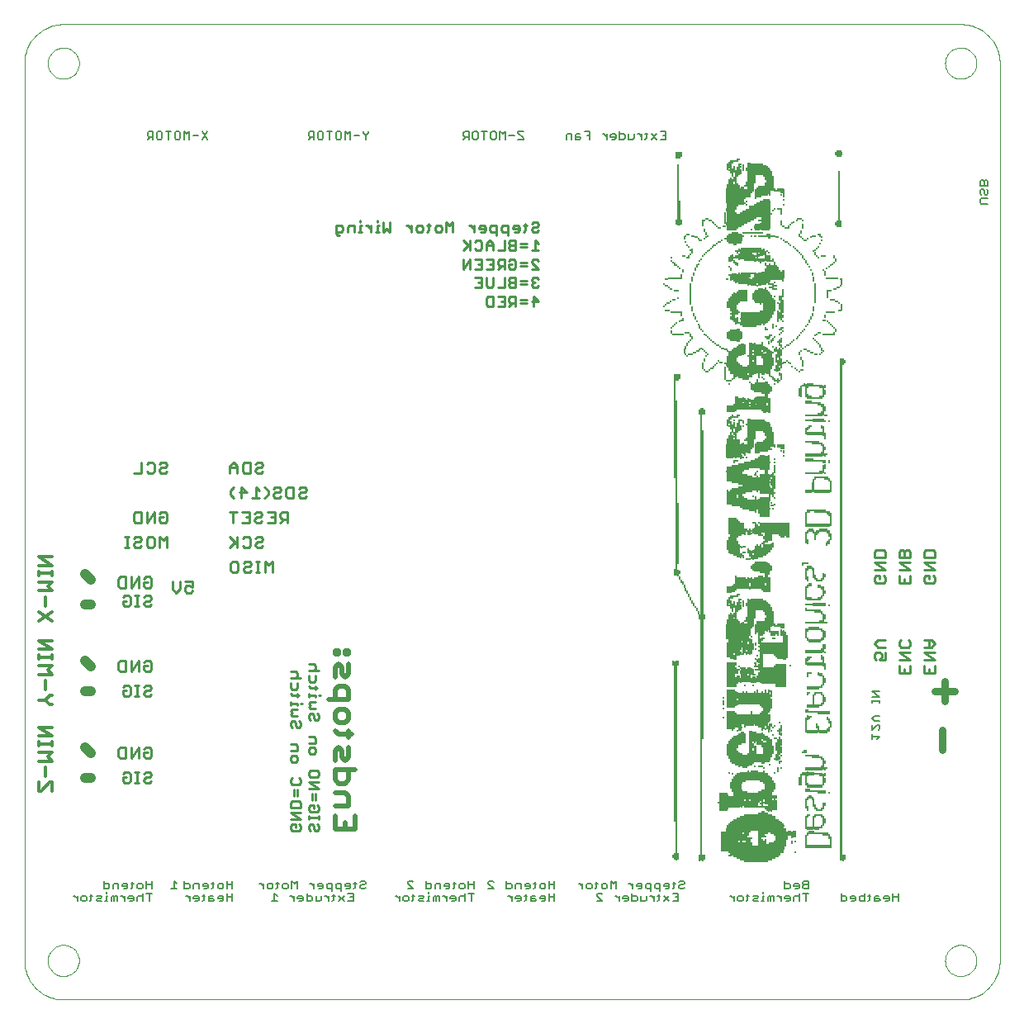
<source format=gbo>
G75*
G70*
%OFA0B0*%
%FSLAX24Y24*%
%IPPOS*%
%LPD*%
%AMOC8*
5,1,8,0,0,1.08239X$1,22.5*
%
%ADD10C,0.0130*%
%ADD11C,0.0080*%
%ADD12C,0.0110*%
%ADD13C,0.0300*%
%ADD14C,0.0400*%
%ADD15C,0.0100*%
%ADD16C,0.0200*%
%ADD17R,0.0063X0.0063*%
%ADD18R,0.0063X0.0126*%
%ADD19R,0.0063X0.0189*%
%ADD20R,0.0063X0.0252*%
%ADD21R,0.0063X0.6488*%
%ADD22R,0.0063X0.4220*%
%ADD23R,0.0063X0.8063*%
%ADD24R,0.0063X0.7055*%
%ADD25R,0.0063X0.0315*%
%ADD26R,0.0063X0.2457*%
%ADD27R,0.0063X0.1008*%
%ADD28R,0.0063X0.0882*%
%ADD29R,0.0063X1.8268*%
%ADD30R,0.0063X1.2472*%
%ADD31R,0.0063X0.0756*%
%ADD32R,0.0063X0.0819*%
%ADD33R,0.0063X0.0567*%
%ADD34R,0.0063X0.0504*%
%ADD35R,0.0063X0.0945*%
%ADD36R,0.0063X0.0630*%
%ADD37R,0.0063X0.1071*%
%ADD38R,0.0063X0.0441*%
%ADD39R,0.0063X0.1890*%
%ADD40R,0.0063X0.1197*%
%ADD41R,0.0063X0.1764*%
%ADD42R,0.0063X0.0693*%
%ADD43R,0.0063X0.0378*%
%ADD44R,0.0063X0.2079*%
%ADD45R,0.0063X0.1386*%
%ADD46R,0.0063X0.1512*%
%ADD47R,0.0063X0.2142*%
%ADD48R,0.0063X0.1449*%
%ADD49R,0.0063X0.1827*%
%ADD50R,0.0063X0.1575*%
%ADD51R,0.0063X0.1260*%
%ADD52R,0.0063X0.1134*%
%ADD53R,0.0063X0.1323*%
%ADD54R,0.0063X0.2205*%
%ADD55R,0.0063X0.1638*%
%ADD56R,0.0063X0.1701*%
%ADD57R,0.0063X0.1953*%
%ADD58R,0.0063X0.2016*%
%ADD59R,0.0063X0.2268*%
%ADD60R,0.0063X2.0283*%
%ADD61C,0.0000*%
D10*
X005221Y011830D02*
X005221Y012183D01*
X005221Y011830D02*
X005309Y011830D01*
X005663Y012183D01*
X005751Y012183D01*
X005751Y011830D01*
X005486Y012437D02*
X005486Y012791D01*
X005751Y013045D02*
X005574Y013222D01*
X005751Y013399D01*
X005221Y013399D01*
X005221Y013653D02*
X005221Y013830D01*
X005221Y013741D02*
X005751Y013741D01*
X005751Y013653D02*
X005751Y013830D01*
X005751Y014058D02*
X005221Y014412D01*
X005751Y014412D01*
X005751Y014058D02*
X005221Y014058D01*
X005221Y013045D02*
X005751Y013045D01*
X005751Y015330D02*
X005663Y015330D01*
X005486Y015506D01*
X005221Y015506D01*
X005486Y015506D02*
X005663Y015683D01*
X005751Y015683D01*
X005486Y015937D02*
X005486Y016291D01*
X005221Y016545D02*
X005751Y016545D01*
X005574Y016722D01*
X005751Y016899D01*
X005221Y016899D01*
X005221Y017153D02*
X005221Y017330D01*
X005221Y017241D02*
X005751Y017241D01*
X005751Y017153D02*
X005751Y017330D01*
X005751Y017558D02*
X005221Y017912D01*
X005751Y017912D01*
X005751Y017558D02*
X005221Y017558D01*
X005221Y018705D02*
X005751Y019058D01*
X005751Y018705D02*
X005221Y019058D01*
X005486Y019312D02*
X005486Y019666D01*
X005751Y019920D02*
X005574Y020097D01*
X005751Y020274D01*
X005221Y020274D01*
X005221Y020528D02*
X005221Y020705D01*
X005221Y020616D02*
X005751Y020616D01*
X005751Y020528D02*
X005751Y020705D01*
X005751Y020933D02*
X005221Y021287D01*
X005751Y021287D01*
X005751Y020933D02*
X005221Y020933D01*
X005221Y019920D02*
X005751Y019920D01*
D11*
X007843Y008211D02*
X007843Y007891D01*
X008004Y007891D01*
X008057Y007944D01*
X008057Y008051D01*
X008004Y008104D01*
X007843Y008104D01*
X007942Y007764D02*
X007942Y007711D01*
X007942Y007604D02*
X007942Y007391D01*
X007889Y007391D02*
X007996Y007391D01*
X008150Y007391D02*
X008150Y007551D01*
X008204Y007604D01*
X008257Y007551D01*
X008257Y007391D01*
X008364Y007391D02*
X008364Y007604D01*
X008310Y007604D01*
X008257Y007551D01*
X008511Y007604D02*
X008564Y007604D01*
X008671Y007497D01*
X008671Y007391D02*
X008671Y007604D01*
X008826Y007551D02*
X008826Y007497D01*
X009039Y007497D01*
X009039Y007444D02*
X009039Y007551D01*
X008986Y007604D01*
X008879Y007604D01*
X008826Y007551D01*
X008879Y007391D02*
X008986Y007391D01*
X009039Y007444D01*
X009194Y007391D02*
X009194Y007551D01*
X009247Y007604D01*
X009354Y007604D01*
X009407Y007551D01*
X009407Y007711D02*
X009407Y007391D01*
X009669Y007391D02*
X009669Y007711D01*
X009776Y007711D02*
X009562Y007711D01*
X009562Y007891D02*
X009562Y008211D01*
X009562Y008051D02*
X009776Y008051D01*
X009776Y007891D02*
X009776Y008211D01*
X009407Y008051D02*
X009407Y007944D01*
X009354Y007891D01*
X009247Y007891D01*
X009194Y007944D01*
X009194Y008051D01*
X009247Y008104D01*
X009354Y008104D01*
X009407Y008051D01*
X009039Y008104D02*
X008932Y008104D01*
X008986Y008158D02*
X008986Y007944D01*
X008932Y007891D01*
X008794Y007944D02*
X008794Y008051D01*
X008740Y008104D01*
X008633Y008104D01*
X008580Y008051D01*
X008580Y007997D01*
X008794Y007997D01*
X008794Y007944D02*
X008740Y007891D01*
X008633Y007891D01*
X008425Y007891D02*
X008425Y008104D01*
X008265Y008104D01*
X008212Y008051D01*
X008212Y007891D01*
X007996Y007604D02*
X007942Y007604D01*
X007750Y007551D02*
X007697Y007604D01*
X007537Y007604D01*
X007590Y007497D02*
X007697Y007497D01*
X007750Y007551D01*
X007750Y007391D02*
X007590Y007391D01*
X007537Y007444D01*
X007590Y007497D01*
X007382Y007604D02*
X007275Y007604D01*
X007328Y007658D02*
X007328Y007444D01*
X007275Y007391D01*
X007136Y007444D02*
X007083Y007391D01*
X006976Y007391D01*
X006923Y007444D01*
X006923Y007551D01*
X006976Y007604D01*
X007083Y007604D01*
X007136Y007551D01*
X007136Y007444D01*
X006768Y007391D02*
X006768Y007604D01*
X006768Y007497D02*
X006661Y007604D01*
X006608Y007604D01*
X010562Y007891D02*
X010776Y007891D01*
X010669Y007891D02*
X010669Y008211D01*
X010776Y008104D01*
X011093Y008104D02*
X011254Y008104D01*
X011307Y008051D01*
X011307Y007944D01*
X011254Y007891D01*
X011093Y007891D01*
X011093Y008211D01*
X011462Y008051D02*
X011462Y007891D01*
X011462Y008051D02*
X011515Y008104D01*
X011675Y008104D01*
X011675Y007891D01*
X011830Y007997D02*
X012044Y007997D01*
X012044Y007944D02*
X012044Y008051D01*
X011990Y008104D01*
X011883Y008104D01*
X011830Y008051D01*
X011830Y007997D01*
X011883Y007891D02*
X011990Y007891D01*
X012044Y007944D01*
X012182Y007891D02*
X012236Y007944D01*
X012236Y008158D01*
X012289Y008104D02*
X012182Y008104D01*
X012444Y008051D02*
X012497Y008104D01*
X012604Y008104D01*
X012657Y008051D01*
X012657Y007944D01*
X012604Y007891D01*
X012497Y007891D01*
X012444Y007944D01*
X012444Y008051D01*
X012812Y008051D02*
X013026Y008051D01*
X013026Y007891D02*
X013026Y008211D01*
X012812Y008211D02*
X012812Y007891D01*
X012812Y007711D02*
X012812Y007391D01*
X012812Y007551D02*
X013026Y007551D01*
X013026Y007391D02*
X013026Y007711D01*
X012657Y007551D02*
X012604Y007604D01*
X012497Y007604D01*
X012444Y007551D01*
X012444Y007497D01*
X012657Y007497D01*
X012657Y007444D02*
X012657Y007551D01*
X012657Y007444D02*
X012604Y007391D01*
X012497Y007391D01*
X012289Y007444D02*
X012236Y007497D01*
X012076Y007497D01*
X012076Y007551D02*
X012076Y007391D01*
X012236Y007391D01*
X012289Y007444D01*
X012236Y007604D02*
X012129Y007604D01*
X012076Y007551D01*
X011921Y007604D02*
X011814Y007604D01*
X011867Y007658D02*
X011867Y007444D01*
X011814Y007391D01*
X011675Y007444D02*
X011675Y007551D01*
X011622Y007604D01*
X011515Y007604D01*
X011462Y007551D01*
X011462Y007497D01*
X011675Y007497D01*
X011675Y007444D02*
X011622Y007391D01*
X011515Y007391D01*
X011307Y007391D02*
X011307Y007604D01*
X011307Y007497D02*
X011200Y007604D01*
X011147Y007604D01*
X014128Y008104D02*
X014181Y008104D01*
X014288Y007997D01*
X014288Y007891D02*
X014288Y008104D01*
X014443Y008051D02*
X014496Y008104D01*
X014603Y008104D01*
X014656Y008051D01*
X014656Y007944D01*
X014603Y007891D01*
X014496Y007891D01*
X014443Y007944D01*
X014443Y008051D01*
X014795Y008104D02*
X014902Y008104D01*
X014848Y008158D02*
X014848Y007944D01*
X014795Y007891D01*
X014725Y007711D02*
X014725Y007391D01*
X014831Y007391D02*
X014618Y007391D01*
X014831Y007604D02*
X014725Y007711D01*
X015057Y007944D02*
X015057Y008051D01*
X015110Y008104D01*
X015217Y008104D01*
X015270Y008051D01*
X015270Y007944D01*
X015217Y007891D01*
X015110Y007891D01*
X015057Y007944D01*
X015425Y007891D02*
X015425Y008211D01*
X015532Y008104D01*
X015638Y008211D01*
X015638Y007891D01*
X015715Y007604D02*
X015662Y007551D01*
X015662Y007497D01*
X015875Y007497D01*
X015875Y007444D02*
X015875Y007551D01*
X015822Y007604D01*
X015715Y007604D01*
X015507Y007604D02*
X015507Y007391D01*
X015507Y007497D02*
X015400Y007604D01*
X015347Y007604D01*
X015715Y007391D02*
X015822Y007391D01*
X015875Y007444D01*
X016030Y007391D02*
X016190Y007391D01*
X016243Y007444D01*
X016243Y007551D01*
X016190Y007604D01*
X016030Y007604D01*
X016030Y007711D02*
X016030Y007391D01*
X016398Y007391D02*
X016398Y007604D01*
X016398Y007391D02*
X016558Y007391D01*
X016612Y007444D01*
X016612Y007604D01*
X016758Y007604D02*
X016812Y007604D01*
X016919Y007497D01*
X016919Y007391D02*
X016919Y007604D01*
X017057Y007604D02*
X017164Y007604D01*
X017111Y007658D02*
X017111Y007444D01*
X017057Y007391D01*
X017319Y007391D02*
X017532Y007604D01*
X017687Y007711D02*
X017901Y007711D01*
X017901Y007391D01*
X017687Y007391D01*
X017532Y007391D02*
X017319Y007604D01*
X017419Y007784D02*
X017419Y008104D01*
X017258Y008104D01*
X017205Y008051D01*
X017205Y007944D01*
X017258Y007891D01*
X017419Y007891D01*
X017573Y007997D02*
X017787Y007997D01*
X017787Y007944D02*
X017787Y008051D01*
X017734Y008104D01*
X017627Y008104D01*
X017573Y008051D01*
X017573Y007997D01*
X017627Y007891D02*
X017734Y007891D01*
X017787Y007944D01*
X017926Y007891D02*
X017979Y007944D01*
X017979Y008158D01*
X018032Y008104D02*
X017926Y008104D01*
X018187Y008158D02*
X018241Y008211D01*
X018347Y008211D01*
X018401Y008158D01*
X018401Y008104D01*
X018347Y008051D01*
X018241Y008051D01*
X018187Y007997D01*
X018187Y007944D01*
X018241Y007891D01*
X018347Y007891D01*
X018401Y007944D01*
X017901Y007551D02*
X017794Y007551D01*
X017050Y007784D02*
X017050Y008104D01*
X016890Y008104D01*
X016837Y008051D01*
X016837Y007944D01*
X016890Y007891D01*
X017050Y007891D01*
X016682Y007944D02*
X016682Y008051D01*
X016629Y008104D01*
X016522Y008104D01*
X016468Y008051D01*
X016468Y007997D01*
X016682Y007997D01*
X016682Y007944D02*
X016629Y007891D01*
X016522Y007891D01*
X016314Y007891D02*
X016314Y008104D01*
X016314Y007997D02*
X016207Y008104D01*
X016153Y008104D01*
X019608Y007604D02*
X019661Y007604D01*
X019768Y007497D01*
X019768Y007391D02*
X019768Y007604D01*
X019923Y007551D02*
X019976Y007604D01*
X020083Y007604D01*
X020136Y007551D01*
X020136Y007444D01*
X020083Y007391D01*
X019976Y007391D01*
X019923Y007444D01*
X019923Y007551D01*
X020275Y007604D02*
X020382Y007604D01*
X020328Y007658D02*
X020328Y007444D01*
X020275Y007391D01*
X020537Y007444D02*
X020590Y007497D01*
X020697Y007497D01*
X020750Y007551D01*
X020697Y007604D01*
X020537Y007604D01*
X020537Y007444D02*
X020590Y007391D01*
X020750Y007391D01*
X020889Y007391D02*
X020996Y007391D01*
X020942Y007391D02*
X020942Y007604D01*
X020996Y007604D01*
X020942Y007711D02*
X020942Y007764D01*
X021004Y007891D02*
X020843Y007891D01*
X020843Y008211D01*
X020843Y008104D02*
X021004Y008104D01*
X021057Y008051D01*
X021057Y007944D01*
X021004Y007891D01*
X021212Y007891D02*
X021212Y008051D01*
X021265Y008104D01*
X021425Y008104D01*
X021425Y007891D01*
X021580Y007997D02*
X021794Y007997D01*
X021794Y007944D02*
X021794Y008051D01*
X021740Y008104D01*
X021633Y008104D01*
X021580Y008051D01*
X021580Y007997D01*
X021633Y007891D02*
X021740Y007891D01*
X021794Y007944D01*
X021932Y007891D02*
X021986Y007944D01*
X021986Y008158D01*
X022039Y008104D02*
X021932Y008104D01*
X022194Y008051D02*
X022247Y008104D01*
X022354Y008104D01*
X022407Y008051D01*
X022407Y007944D01*
X022354Y007891D01*
X022247Y007891D01*
X022194Y007944D01*
X022194Y008051D01*
X022562Y008051D02*
X022776Y008051D01*
X022776Y007891D02*
X022776Y008211D01*
X022562Y008211D02*
X022562Y007891D01*
X022562Y007711D02*
X022776Y007711D01*
X022669Y007711D02*
X022669Y007391D01*
X022407Y007391D02*
X022407Y007711D01*
X022354Y007604D02*
X022247Y007604D01*
X022194Y007551D01*
X022194Y007391D01*
X022039Y007444D02*
X022039Y007551D01*
X021986Y007604D01*
X021879Y007604D01*
X021826Y007551D01*
X021826Y007497D01*
X022039Y007497D01*
X022039Y007444D02*
X021986Y007391D01*
X021879Y007391D01*
X021671Y007391D02*
X021671Y007604D01*
X021671Y007497D02*
X021564Y007604D01*
X021511Y007604D01*
X021364Y007604D02*
X021310Y007604D01*
X021257Y007551D01*
X021204Y007604D01*
X021150Y007551D01*
X021150Y007391D01*
X021257Y007391D02*
X021257Y007551D01*
X021364Y007604D02*
X021364Y007391D01*
X022354Y007604D02*
X022407Y007551D01*
X023357Y007891D02*
X023570Y007891D01*
X023357Y008104D01*
X023357Y008158D01*
X023410Y008211D01*
X023517Y008211D01*
X023570Y008158D01*
X024093Y008211D02*
X024093Y007891D01*
X024254Y007891D01*
X024307Y007944D01*
X024307Y008051D01*
X024254Y008104D01*
X024093Y008104D01*
X024462Y008051D02*
X024462Y007891D01*
X024462Y008051D02*
X024515Y008104D01*
X024675Y008104D01*
X024675Y007891D01*
X024830Y007997D02*
X025044Y007997D01*
X025044Y007944D02*
X025044Y008051D01*
X024990Y008104D01*
X024883Y008104D01*
X024830Y008051D01*
X024830Y007997D01*
X024883Y007891D02*
X024990Y007891D01*
X025044Y007944D01*
X025182Y007891D02*
X025236Y007944D01*
X025236Y008158D01*
X025289Y008104D02*
X025182Y008104D01*
X025444Y008051D02*
X025497Y008104D01*
X025604Y008104D01*
X025657Y008051D01*
X025657Y007944D01*
X025604Y007891D01*
X025497Y007891D01*
X025444Y007944D01*
X025444Y008051D01*
X025812Y008051D02*
X026026Y008051D01*
X026026Y007891D02*
X026026Y008211D01*
X025812Y008211D02*
X025812Y007891D01*
X025812Y007711D02*
X025812Y007391D01*
X025812Y007551D02*
X026026Y007551D01*
X026026Y007391D02*
X026026Y007711D01*
X025657Y007551D02*
X025604Y007604D01*
X025497Y007604D01*
X025444Y007551D01*
X025444Y007497D01*
X025657Y007497D01*
X025657Y007444D02*
X025657Y007551D01*
X025657Y007444D02*
X025604Y007391D01*
X025497Y007391D01*
X025289Y007444D02*
X025236Y007497D01*
X025076Y007497D01*
X025076Y007551D02*
X025076Y007391D01*
X025236Y007391D01*
X025289Y007444D01*
X025236Y007604D02*
X025129Y007604D01*
X025076Y007551D01*
X024921Y007604D02*
X024814Y007604D01*
X024867Y007658D02*
X024867Y007444D01*
X024814Y007391D01*
X024675Y007444D02*
X024675Y007551D01*
X024622Y007604D01*
X024515Y007604D01*
X024462Y007551D01*
X024462Y007497D01*
X024675Y007497D01*
X024675Y007444D02*
X024622Y007391D01*
X024515Y007391D01*
X024307Y007391D02*
X024307Y007604D01*
X024307Y007497D02*
X024200Y007604D01*
X024147Y007604D01*
X027003Y008104D02*
X027056Y008104D01*
X027163Y007997D01*
X027163Y007891D02*
X027163Y008104D01*
X027318Y008051D02*
X027371Y008104D01*
X027478Y008104D01*
X027531Y008051D01*
X027531Y007944D01*
X027478Y007891D01*
X027371Y007891D01*
X027318Y007944D01*
X027318Y008051D01*
X027670Y008104D02*
X027777Y008104D01*
X027723Y008158D02*
X027723Y007944D01*
X027670Y007891D01*
X027796Y007711D02*
X027903Y007711D01*
X027956Y007658D01*
X027796Y007711D02*
X027743Y007658D01*
X027743Y007604D01*
X027956Y007391D01*
X027743Y007391D01*
X027985Y007891D02*
X027932Y007944D01*
X027932Y008051D01*
X027985Y008104D01*
X028092Y008104D01*
X028145Y008051D01*
X028145Y007944D01*
X028092Y007891D01*
X027985Y007891D01*
X028300Y007891D02*
X028300Y008211D01*
X028407Y008104D01*
X028513Y008211D01*
X028513Y007891D01*
X028525Y007604D02*
X028472Y007604D01*
X028525Y007604D02*
X028632Y007497D01*
X028632Y007391D02*
X028632Y007604D01*
X028787Y007551D02*
X028787Y007497D01*
X029000Y007497D01*
X029000Y007444D02*
X029000Y007551D01*
X028947Y007604D01*
X028840Y007604D01*
X028787Y007551D01*
X028840Y007391D02*
X028947Y007391D01*
X029000Y007444D01*
X029155Y007391D02*
X029315Y007391D01*
X029368Y007444D01*
X029368Y007551D01*
X029315Y007604D01*
X029155Y007604D01*
X029155Y007711D02*
X029155Y007391D01*
X029523Y007391D02*
X029523Y007604D01*
X029523Y007391D02*
X029683Y007391D01*
X029737Y007444D01*
X029737Y007604D01*
X029883Y007604D02*
X029937Y007604D01*
X030044Y007497D01*
X030044Y007391D02*
X030044Y007604D01*
X030182Y007604D02*
X030289Y007604D01*
X030236Y007658D02*
X030236Y007444D01*
X030182Y007391D01*
X030444Y007391D02*
X030657Y007604D01*
X030812Y007711D02*
X031026Y007711D01*
X031026Y007391D01*
X030812Y007391D01*
X030657Y007391D02*
X030444Y007604D01*
X030294Y007784D02*
X030294Y008104D01*
X030133Y008104D01*
X030080Y008051D01*
X030080Y007944D01*
X030133Y007891D01*
X030294Y007891D01*
X030448Y007997D02*
X030662Y007997D01*
X030662Y007944D02*
X030662Y008051D01*
X030609Y008104D01*
X030502Y008104D01*
X030448Y008051D01*
X030448Y007997D01*
X030502Y007891D02*
X030609Y007891D01*
X030662Y007944D01*
X030801Y007891D02*
X030854Y007944D01*
X030854Y008158D01*
X030907Y008104D02*
X030801Y008104D01*
X031062Y008158D02*
X031116Y008211D01*
X031222Y008211D01*
X031276Y008158D01*
X031276Y008104D01*
X031222Y008051D01*
X031116Y008051D01*
X031062Y007997D01*
X031062Y007944D01*
X031116Y007891D01*
X031222Y007891D01*
X031276Y007944D01*
X031026Y007551D02*
X030919Y007551D01*
X029925Y007784D02*
X029925Y008104D01*
X029765Y008104D01*
X029712Y008051D01*
X029712Y007944D01*
X029765Y007891D01*
X029925Y007891D01*
X029557Y007944D02*
X029557Y008051D01*
X029504Y008104D01*
X029397Y008104D01*
X029343Y008051D01*
X029343Y007997D01*
X029557Y007997D01*
X029557Y007944D02*
X029504Y007891D01*
X029397Y007891D01*
X029189Y007891D02*
X029189Y008104D01*
X029189Y007997D02*
X029082Y008104D01*
X029028Y008104D01*
X033108Y007604D02*
X033161Y007604D01*
X033268Y007497D01*
X033268Y007391D02*
X033268Y007604D01*
X033423Y007551D02*
X033476Y007604D01*
X033583Y007604D01*
X033636Y007551D01*
X033636Y007444D01*
X033583Y007391D01*
X033476Y007391D01*
X033423Y007444D01*
X033423Y007551D01*
X033775Y007604D02*
X033882Y007604D01*
X033828Y007658D02*
X033828Y007444D01*
X033775Y007391D01*
X034037Y007444D02*
X034090Y007497D01*
X034197Y007497D01*
X034250Y007551D01*
X034197Y007604D01*
X034037Y007604D01*
X034037Y007444D02*
X034090Y007391D01*
X034250Y007391D01*
X034389Y007391D02*
X034496Y007391D01*
X034442Y007391D02*
X034442Y007604D01*
X034496Y007604D01*
X034442Y007711D02*
X034442Y007764D01*
X034650Y007551D02*
X034650Y007391D01*
X034757Y007391D02*
X034757Y007551D01*
X034704Y007604D01*
X034650Y007551D01*
X034757Y007551D02*
X034810Y007604D01*
X034864Y007604D01*
X034864Y007391D01*
X035011Y007604D02*
X035064Y007604D01*
X035171Y007497D01*
X035171Y007391D02*
X035171Y007604D01*
X035326Y007551D02*
X035326Y007497D01*
X035539Y007497D01*
X035539Y007444D02*
X035539Y007551D01*
X035486Y007604D01*
X035379Y007604D01*
X035326Y007551D01*
X035379Y007391D02*
X035486Y007391D01*
X035539Y007444D01*
X035694Y007391D02*
X035694Y007551D01*
X035747Y007604D01*
X035854Y007604D01*
X035907Y007551D01*
X035907Y007711D02*
X035907Y007391D01*
X036169Y007391D02*
X036169Y007711D01*
X036276Y007711D02*
X036062Y007711D01*
X036116Y007891D02*
X036062Y007944D01*
X036062Y007997D01*
X036116Y008051D01*
X036276Y008051D01*
X036276Y007891D02*
X036276Y008211D01*
X036116Y008211D01*
X036062Y008158D01*
X036062Y008104D01*
X036116Y008051D01*
X036116Y007891D02*
X036276Y007891D01*
X035907Y007944D02*
X035907Y008051D01*
X035854Y008104D01*
X035747Y008104D01*
X035694Y008051D01*
X035694Y007997D01*
X035907Y007997D01*
X035907Y007944D02*
X035854Y007891D01*
X035747Y007891D01*
X035539Y007944D02*
X035539Y008051D01*
X035486Y008104D01*
X035326Y008104D01*
X035326Y008211D02*
X035326Y007891D01*
X035486Y007891D01*
X035539Y007944D01*
X037600Y007711D02*
X037600Y007391D01*
X037760Y007391D01*
X037814Y007444D01*
X037814Y007551D01*
X037760Y007604D01*
X037600Y007604D01*
X037968Y007551D02*
X037968Y007497D01*
X038182Y007497D01*
X038182Y007444D02*
X038182Y007551D01*
X038129Y007604D01*
X038022Y007604D01*
X037968Y007551D01*
X038022Y007391D02*
X038129Y007391D01*
X038182Y007444D01*
X038337Y007444D02*
X038337Y007551D01*
X038390Y007604D01*
X038550Y007604D01*
X038550Y007711D02*
X038550Y007391D01*
X038390Y007391D01*
X038337Y007444D01*
X038689Y007391D02*
X038742Y007444D01*
X038742Y007658D01*
X038689Y007604D02*
X038796Y007604D01*
X038951Y007551D02*
X038951Y007391D01*
X039111Y007391D01*
X039164Y007444D01*
X039111Y007497D01*
X038951Y007497D01*
X038951Y007551D02*
X039004Y007604D01*
X039111Y007604D01*
X039319Y007551D02*
X039319Y007497D01*
X039532Y007497D01*
X039532Y007444D02*
X039532Y007551D01*
X039479Y007604D01*
X039372Y007604D01*
X039319Y007551D01*
X039372Y007391D02*
X039479Y007391D01*
X039532Y007444D01*
X039687Y007391D02*
X039687Y007711D01*
X039687Y007551D02*
X039901Y007551D01*
X039901Y007391D02*
X039901Y007711D01*
X039044Y013929D02*
X039151Y014035D01*
X038831Y014035D01*
X038831Y013929D02*
X038831Y014142D01*
X038831Y014297D02*
X039044Y014510D01*
X039098Y014510D01*
X039151Y014457D01*
X039151Y014350D01*
X039098Y014297D01*
X038831Y014297D02*
X038831Y014510D01*
X038938Y014665D02*
X038831Y014772D01*
X038938Y014879D01*
X039151Y014879D01*
X039151Y014665D02*
X038938Y014665D01*
X038831Y015402D02*
X038831Y015509D01*
X038831Y015455D02*
X039151Y015455D01*
X039151Y015402D02*
X039151Y015509D01*
X039151Y015647D02*
X038831Y015861D01*
X039151Y015861D01*
X039151Y015647D02*
X038831Y015647D01*
X020320Y008158D02*
X020267Y008211D01*
X020160Y008211D01*
X020107Y008158D01*
X020107Y008104D01*
X020320Y007891D01*
X020107Y007891D01*
X043259Y035536D02*
X043206Y035589D01*
X043206Y035696D01*
X043259Y035749D01*
X043526Y035749D01*
X043473Y035904D02*
X043419Y035904D01*
X043366Y035957D01*
X043366Y036064D01*
X043313Y036118D01*
X043259Y036118D01*
X043206Y036064D01*
X043206Y035957D01*
X043259Y035904D01*
X043473Y035904D02*
X043526Y035957D01*
X043526Y036064D01*
X043473Y036118D01*
X043526Y036272D02*
X043526Y036432D01*
X043473Y036486D01*
X043419Y036486D01*
X043366Y036432D01*
X043366Y036272D01*
X043206Y036272D02*
X043526Y036272D01*
X043366Y036432D02*
X043313Y036486D01*
X043259Y036486D01*
X043206Y036432D01*
X043206Y036272D01*
X043259Y035536D02*
X043526Y035536D01*
X030526Y038141D02*
X030312Y038141D01*
X030157Y038141D02*
X029944Y038354D01*
X029789Y038354D02*
X029682Y038354D01*
X029736Y038408D02*
X029736Y038194D01*
X029682Y038141D01*
X029544Y038141D02*
X029544Y038354D01*
X029544Y038247D02*
X029437Y038354D01*
X029383Y038354D01*
X029237Y038354D02*
X029237Y038194D01*
X029183Y038141D01*
X029023Y038141D01*
X029023Y038354D01*
X028868Y038301D02*
X028815Y038354D01*
X028655Y038354D01*
X028655Y038461D02*
X028655Y038141D01*
X028815Y038141D01*
X028868Y038194D01*
X028868Y038301D01*
X028500Y038301D02*
X028447Y038354D01*
X028340Y038354D01*
X028287Y038301D01*
X028287Y038247D01*
X028500Y038247D01*
X028500Y038194D02*
X028500Y038301D01*
X028500Y038194D02*
X028447Y038141D01*
X028340Y038141D01*
X028132Y038141D02*
X028132Y038354D01*
X028132Y038247D02*
X028025Y038354D01*
X027972Y038354D01*
X027456Y038301D02*
X027350Y038301D01*
X027456Y038461D02*
X027243Y038461D01*
X027456Y038461D02*
X027456Y038141D01*
X027088Y038194D02*
X027035Y038247D01*
X026875Y038247D01*
X026875Y038301D02*
X026875Y038141D01*
X027035Y038141D01*
X027088Y038194D01*
X027035Y038354D02*
X026928Y038354D01*
X026875Y038301D01*
X026720Y038354D02*
X026560Y038354D01*
X026506Y038301D01*
X026506Y038141D01*
X026720Y038141D02*
X026720Y038354D01*
X024776Y038461D02*
X024562Y038461D01*
X024562Y038408D01*
X024776Y038194D01*
X024776Y038141D01*
X024562Y038141D01*
X024407Y038301D02*
X024194Y038301D01*
X024039Y038461D02*
X023932Y038354D01*
X023826Y038461D01*
X023826Y038141D01*
X023671Y038194D02*
X023617Y038141D01*
X023511Y038141D01*
X023457Y038194D01*
X023457Y038408D01*
X023511Y038461D01*
X023617Y038461D01*
X023671Y038408D01*
X023671Y038194D01*
X024039Y038141D02*
X024039Y038461D01*
X023302Y038461D02*
X023089Y038461D01*
X023196Y038461D02*
X023196Y038141D01*
X022934Y038194D02*
X022881Y038141D01*
X022774Y038141D01*
X022721Y038194D01*
X022721Y038408D01*
X022774Y038461D01*
X022881Y038461D01*
X022934Y038408D01*
X022934Y038194D01*
X022566Y038141D02*
X022566Y038461D01*
X022406Y038461D01*
X022352Y038408D01*
X022352Y038301D01*
X022406Y038247D01*
X022566Y038247D01*
X022459Y038247D02*
X022352Y038141D01*
X018526Y038408D02*
X018419Y038301D01*
X018419Y038141D01*
X018419Y038301D02*
X018312Y038408D01*
X018312Y038461D01*
X018526Y038461D02*
X018526Y038408D01*
X018157Y038301D02*
X017944Y038301D01*
X017789Y038461D02*
X017682Y038354D01*
X017576Y038461D01*
X017576Y038141D01*
X017421Y038194D02*
X017367Y038141D01*
X017261Y038141D01*
X017207Y038194D01*
X017207Y038408D01*
X017261Y038461D01*
X017367Y038461D01*
X017421Y038408D01*
X017421Y038194D01*
X017789Y038141D02*
X017789Y038461D01*
X017052Y038461D02*
X016839Y038461D01*
X016946Y038461D02*
X016946Y038141D01*
X016684Y038194D02*
X016631Y038141D01*
X016524Y038141D01*
X016471Y038194D01*
X016471Y038408D01*
X016524Y038461D01*
X016631Y038461D01*
X016684Y038408D01*
X016684Y038194D01*
X016316Y038141D02*
X016316Y038461D01*
X016156Y038461D01*
X016102Y038408D01*
X016102Y038301D01*
X016156Y038247D01*
X016316Y038247D01*
X016209Y038247D02*
X016102Y038141D01*
X012026Y038141D02*
X011812Y038461D01*
X012026Y038461D02*
X011812Y038141D01*
X011657Y038301D02*
X011444Y038301D01*
X011289Y038461D02*
X011182Y038354D01*
X011076Y038461D01*
X011076Y038141D01*
X010921Y038194D02*
X010867Y038141D01*
X010761Y038141D01*
X010707Y038194D01*
X010707Y038408D01*
X010761Y038461D01*
X010867Y038461D01*
X010921Y038408D01*
X010921Y038194D01*
X011289Y038141D02*
X011289Y038461D01*
X010552Y038461D02*
X010339Y038461D01*
X010446Y038461D02*
X010446Y038141D01*
X010184Y038194D02*
X010131Y038141D01*
X010024Y038141D01*
X009971Y038194D01*
X009971Y038408D01*
X010024Y038461D01*
X010131Y038461D01*
X010184Y038408D01*
X010184Y038194D01*
X009816Y038141D02*
X009816Y038461D01*
X009656Y038461D01*
X009602Y038408D01*
X009602Y038301D01*
X009656Y038247D01*
X009816Y038247D01*
X009709Y038247D02*
X009602Y038141D01*
X029944Y038141D02*
X030157Y038354D01*
X030312Y038461D02*
X030526Y038461D01*
X030526Y038141D01*
X030526Y038301D02*
X030419Y038301D01*
D12*
X016011Y024031D02*
X015936Y024106D01*
X015786Y024106D01*
X015710Y024031D01*
X015786Y023881D02*
X015710Y023806D01*
X015710Y023731D01*
X015786Y023656D01*
X015936Y023656D01*
X016011Y023731D01*
X015936Y023881D02*
X015786Y023881D01*
X015936Y023881D02*
X016011Y023956D01*
X016011Y024031D01*
X015495Y024106D02*
X015270Y024106D01*
X015195Y024031D01*
X015195Y023731D01*
X015270Y023656D01*
X015495Y023656D01*
X015495Y024106D01*
X014979Y024031D02*
X014979Y023956D01*
X014904Y023881D01*
X014754Y023881D01*
X014679Y023806D01*
X014679Y023731D01*
X014754Y023656D01*
X014904Y023656D01*
X014979Y023731D01*
X014979Y024031D02*
X014904Y024106D01*
X014754Y024106D01*
X014679Y024031D01*
X014464Y023956D02*
X014314Y024106D01*
X014464Y023956D02*
X014464Y023806D01*
X014314Y023656D01*
X014120Y023656D02*
X013820Y023656D01*
X013970Y023656D02*
X013970Y024106D01*
X014120Y023956D01*
X013604Y023881D02*
X013379Y024106D01*
X013379Y023656D01*
X013304Y023881D02*
X013604Y023881D01*
X013089Y024106D02*
X012939Y023956D01*
X012939Y023806D01*
X013089Y023656D01*
X013048Y023106D02*
X013048Y022656D01*
X013414Y022656D02*
X013714Y022656D01*
X013714Y023106D01*
X013414Y023106D01*
X013198Y023106D02*
X012898Y023106D01*
X013564Y022881D02*
X013714Y022881D01*
X013929Y022806D02*
X013929Y022731D01*
X014004Y022656D01*
X014154Y022656D01*
X014229Y022731D01*
X014154Y022881D02*
X014004Y022881D01*
X013929Y022806D01*
X013929Y023031D02*
X014004Y023106D01*
X014154Y023106D01*
X014229Y023031D01*
X014229Y022956D01*
X014154Y022881D01*
X014445Y023106D02*
X014745Y023106D01*
X014745Y022656D01*
X014445Y022656D01*
X014595Y022881D02*
X014745Y022881D01*
X014960Y022881D02*
X015036Y022806D01*
X015261Y022806D01*
X015261Y022656D02*
X015261Y023106D01*
X015036Y023106D01*
X014960Y023031D01*
X014960Y022881D01*
X015111Y022806D02*
X014960Y022656D01*
X014261Y022031D02*
X014261Y021956D01*
X014186Y021881D01*
X014036Y021881D01*
X013960Y021806D01*
X013960Y021731D01*
X014036Y021656D01*
X014186Y021656D01*
X014261Y021731D01*
X014261Y022031D02*
X014186Y022106D01*
X014036Y022106D01*
X013960Y022031D01*
X013745Y022031D02*
X013745Y021731D01*
X013670Y021656D01*
X013520Y021656D01*
X013445Y021731D01*
X013229Y021806D02*
X012929Y022106D01*
X013229Y022106D02*
X013229Y021656D01*
X013154Y021881D02*
X012929Y021656D01*
X013036Y021106D02*
X012960Y021031D01*
X012960Y020731D01*
X013036Y020656D01*
X013186Y020656D01*
X013261Y020731D01*
X013261Y021031D01*
X013186Y021106D01*
X013036Y021106D01*
X013476Y021031D02*
X013551Y021106D01*
X013701Y021106D01*
X013776Y021031D01*
X013776Y020956D01*
X013701Y020881D01*
X013551Y020881D01*
X013476Y020806D01*
X013476Y020731D01*
X013551Y020656D01*
X013701Y020656D01*
X013776Y020731D01*
X013970Y020656D02*
X014120Y020656D01*
X014045Y020656D02*
X014045Y021106D01*
X014120Y021106D02*
X013970Y021106D01*
X014335Y021106D02*
X014335Y020656D01*
X014636Y020656D02*
X014636Y021106D01*
X014486Y020956D01*
X014335Y021106D01*
X013745Y022031D02*
X013670Y022106D01*
X013520Y022106D01*
X013445Y022031D01*
X011417Y020296D02*
X011417Y020071D01*
X011267Y020146D01*
X011192Y020146D01*
X011117Y020071D01*
X011117Y019921D01*
X011192Y019846D01*
X011342Y019846D01*
X011417Y019921D01*
X011417Y020296D02*
X011117Y020296D01*
X010901Y020296D02*
X010901Y019996D01*
X010751Y019846D01*
X010601Y019996D01*
X010601Y020296D01*
X009761Y020406D02*
X009761Y020106D01*
X009686Y020031D01*
X009536Y020031D01*
X009460Y020106D01*
X009460Y020256D01*
X009611Y020256D01*
X009761Y020406D02*
X009686Y020481D01*
X009536Y020481D01*
X009460Y020406D01*
X009245Y020481D02*
X008945Y020031D01*
X008945Y020481D01*
X008729Y020481D02*
X008729Y020031D01*
X008504Y020031D01*
X008429Y020106D01*
X008429Y020406D01*
X008504Y020481D01*
X008729Y020481D01*
X009245Y020481D02*
X009245Y020031D01*
X009245Y019731D02*
X009095Y019731D01*
X009170Y019731D02*
X009170Y019281D01*
X009245Y019281D02*
X009095Y019281D01*
X008901Y019356D02*
X008826Y019281D01*
X008676Y019281D01*
X008601Y019356D01*
X008601Y019506D01*
X008751Y019506D01*
X008601Y019656D02*
X008676Y019731D01*
X008826Y019731D01*
X008901Y019656D01*
X008901Y019356D01*
X009460Y019356D02*
X009536Y019281D01*
X009686Y019281D01*
X009761Y019356D01*
X009686Y019506D02*
X009761Y019581D01*
X009761Y019656D01*
X009686Y019731D01*
X009536Y019731D01*
X009460Y019656D01*
X009536Y019506D02*
X009460Y019431D01*
X009460Y019356D01*
X009536Y019506D02*
X009686Y019506D01*
X009645Y021656D02*
X009570Y021731D01*
X009570Y022031D01*
X009645Y022106D01*
X009795Y022106D01*
X009870Y022031D01*
X009870Y021731D01*
X009795Y021656D01*
X009645Y021656D01*
X009354Y021731D02*
X009279Y021656D01*
X009129Y021656D01*
X009054Y021731D01*
X009054Y021806D01*
X009129Y021881D01*
X009279Y021881D01*
X009354Y021956D01*
X009354Y022031D01*
X009279Y022106D01*
X009129Y022106D01*
X009054Y022031D01*
X008839Y022106D02*
X008689Y022106D01*
X008764Y022106D02*
X008764Y021656D01*
X008839Y021656D02*
X008689Y021656D01*
X009129Y022656D02*
X009054Y022731D01*
X009054Y023031D01*
X009129Y023106D01*
X009354Y023106D01*
X009354Y022656D01*
X009129Y022656D01*
X009570Y022656D02*
X009570Y023106D01*
X009870Y023106D02*
X009570Y022656D01*
X009870Y022656D02*
X009870Y023106D01*
X010085Y023031D02*
X010161Y023106D01*
X010311Y023106D01*
X010386Y023031D01*
X010386Y022731D01*
X010311Y022656D01*
X010161Y022656D01*
X010085Y022731D01*
X010085Y022881D01*
X010236Y022881D01*
X010386Y022106D02*
X010236Y021956D01*
X010085Y022106D01*
X010085Y021656D01*
X010386Y021656D02*
X010386Y022106D01*
X010311Y024656D02*
X010161Y024656D01*
X010085Y024731D01*
X010085Y024806D01*
X010161Y024881D01*
X010311Y024881D01*
X010386Y024956D01*
X010386Y025031D01*
X010311Y025106D01*
X010161Y025106D01*
X010085Y025031D01*
X009870Y025031D02*
X009870Y024731D01*
X009795Y024656D01*
X009645Y024656D01*
X009570Y024731D01*
X009354Y024656D02*
X009054Y024656D01*
X009354Y024656D02*
X009354Y025106D01*
X009570Y025031D02*
X009645Y025106D01*
X009795Y025106D01*
X009870Y025031D01*
X010311Y024656D02*
X010386Y024731D01*
X012929Y024656D02*
X012929Y024956D01*
X013079Y025106D01*
X013229Y024956D01*
X013229Y024656D01*
X013229Y024881D02*
X012929Y024881D01*
X013445Y025031D02*
X013520Y025106D01*
X013745Y025106D01*
X013745Y024656D01*
X013520Y024656D01*
X013445Y024731D01*
X013445Y025031D01*
X013960Y025031D02*
X014036Y025106D01*
X014186Y025106D01*
X014261Y025031D01*
X014261Y024956D01*
X014186Y024881D01*
X014036Y024881D01*
X013960Y024806D01*
X013960Y024731D01*
X014036Y024656D01*
X014186Y024656D01*
X014261Y024731D01*
X009686Y017106D02*
X009761Y017031D01*
X009761Y016731D01*
X009686Y016656D01*
X009536Y016656D01*
X009460Y016731D01*
X009460Y016881D01*
X009611Y016881D01*
X009460Y017031D02*
X009536Y017106D01*
X009686Y017106D01*
X009245Y017106D02*
X008945Y016656D01*
X008945Y017106D01*
X008729Y017106D02*
X008729Y016656D01*
X008504Y016656D01*
X008429Y016731D01*
X008429Y017031D01*
X008504Y017106D01*
X008729Y017106D01*
X009245Y017106D02*
X009245Y016656D01*
X009245Y016106D02*
X009095Y016106D01*
X009170Y016106D02*
X009170Y015656D01*
X009245Y015656D02*
X009095Y015656D01*
X008901Y015731D02*
X008826Y015656D01*
X008676Y015656D01*
X008601Y015731D01*
X008601Y015881D01*
X008751Y015881D01*
X008601Y016031D02*
X008676Y016106D01*
X008826Y016106D01*
X008901Y016031D01*
X008901Y015731D01*
X009460Y015731D02*
X009536Y015656D01*
X009686Y015656D01*
X009761Y015731D01*
X009686Y015881D02*
X009761Y015956D01*
X009761Y016031D01*
X009686Y016106D01*
X009536Y016106D01*
X009460Y016031D01*
X009536Y015881D02*
X009460Y015806D01*
X009460Y015731D01*
X009536Y015881D02*
X009686Y015881D01*
X009686Y013606D02*
X009761Y013531D01*
X009761Y013231D01*
X009686Y013156D01*
X009536Y013156D01*
X009460Y013231D01*
X009460Y013381D01*
X009611Y013381D01*
X009460Y013531D02*
X009536Y013606D01*
X009686Y013606D01*
X009245Y013606D02*
X008945Y013156D01*
X008945Y013606D01*
X008729Y013606D02*
X008729Y013156D01*
X008504Y013156D01*
X008429Y013231D01*
X008429Y013531D01*
X008504Y013606D01*
X008729Y013606D01*
X009245Y013606D02*
X009245Y013156D01*
X009245Y012606D02*
X009095Y012606D01*
X009170Y012606D02*
X009170Y012156D01*
X009245Y012156D02*
X009095Y012156D01*
X008901Y012231D02*
X008826Y012156D01*
X008676Y012156D01*
X008601Y012231D01*
X008601Y012381D01*
X008751Y012381D01*
X008601Y012531D02*
X008676Y012606D01*
X008826Y012606D01*
X008901Y012531D01*
X008901Y012231D01*
X009460Y012231D02*
X009460Y012306D01*
X009536Y012381D01*
X009686Y012381D01*
X009761Y012456D01*
X009761Y012531D01*
X009686Y012606D01*
X009536Y012606D01*
X009460Y012531D01*
X009460Y012231D02*
X009536Y012156D01*
X009686Y012156D01*
X009761Y012231D01*
X038936Y017199D02*
X039011Y017124D01*
X038936Y017199D02*
X038936Y017350D01*
X039011Y017425D01*
X039161Y017425D01*
X039236Y017350D01*
X039236Y017275D01*
X039161Y017124D01*
X039386Y017124D01*
X039386Y017425D01*
X039386Y017640D02*
X039086Y017640D01*
X038936Y017790D01*
X039086Y017940D01*
X039386Y017940D01*
X039936Y017865D02*
X040011Y017940D01*
X039936Y017865D02*
X039936Y017715D01*
X040011Y017640D01*
X040311Y017640D01*
X040386Y017715D01*
X040386Y017865D01*
X040311Y017940D01*
X040386Y017425D02*
X039936Y017425D01*
X040386Y017124D01*
X039936Y017124D01*
X039936Y016909D02*
X039936Y016609D01*
X040386Y016609D01*
X040386Y016909D01*
X040161Y016759D02*
X040161Y016609D01*
X040936Y016609D02*
X040936Y016909D01*
X040936Y017124D02*
X041386Y017124D01*
X040936Y017425D01*
X041386Y017425D01*
X041236Y017640D02*
X041386Y017790D01*
X041236Y017940D01*
X040936Y017940D01*
X041161Y017940D02*
X041161Y017640D01*
X041236Y017640D02*
X040936Y017640D01*
X041386Y016909D02*
X041386Y016609D01*
X040936Y016609D01*
X041161Y016609D02*
X041161Y016759D01*
X041311Y020234D02*
X041011Y020234D01*
X040936Y020309D01*
X040936Y020459D01*
X041011Y020534D01*
X041161Y020534D01*
X041161Y020384D01*
X041311Y020534D02*
X041386Y020459D01*
X041386Y020309D01*
X041311Y020234D01*
X041386Y020749D02*
X040936Y020749D01*
X040936Y021050D02*
X041386Y021050D01*
X041386Y021265D02*
X041386Y021490D01*
X041311Y021565D01*
X041011Y021565D01*
X040936Y021490D01*
X040936Y021265D01*
X041386Y021265D01*
X040936Y021050D02*
X041386Y020749D01*
X040386Y020749D02*
X039936Y021050D01*
X040386Y021050D01*
X040386Y021265D02*
X040386Y021490D01*
X040311Y021565D01*
X040236Y021565D01*
X040161Y021490D01*
X040161Y021265D01*
X039936Y021265D02*
X040386Y021265D01*
X040161Y021490D02*
X040086Y021565D01*
X040011Y021565D01*
X039936Y021490D01*
X039936Y021265D01*
X039936Y020749D02*
X040386Y020749D01*
X040386Y020534D02*
X040386Y020234D01*
X039936Y020234D01*
X039936Y020534D01*
X040161Y020384D02*
X040161Y020234D01*
X039386Y020309D02*
X039311Y020234D01*
X039011Y020234D01*
X038936Y020309D01*
X038936Y020459D01*
X039011Y020534D01*
X039161Y020534D01*
X039161Y020384D01*
X039311Y020534D02*
X039386Y020459D01*
X039386Y020309D01*
X039386Y020749D02*
X038936Y020749D01*
X038936Y021050D02*
X039386Y021050D01*
X039386Y021265D02*
X039386Y021490D01*
X039311Y021565D01*
X039011Y021565D01*
X038936Y021490D01*
X038936Y021265D01*
X039386Y021265D01*
X038936Y021050D02*
X039386Y020749D01*
D13*
X041765Y016252D02*
X041765Y015451D01*
X041365Y015851D02*
X042166Y015851D01*
X041691Y014295D02*
X041691Y013494D01*
D14*
X007316Y013351D02*
X007066Y013601D01*
X007066Y012351D02*
X007316Y012351D01*
X007316Y015851D02*
X007066Y015851D01*
X007316Y016851D02*
X007066Y017101D01*
X007066Y019351D02*
X007316Y019351D01*
X007316Y020351D02*
X007066Y020601D01*
D15*
X015366Y016650D02*
X015566Y016650D01*
X015633Y016583D01*
X015633Y016450D01*
X015566Y016383D01*
X015766Y016383D02*
X015366Y016383D01*
X015366Y016190D02*
X015366Y015990D01*
X015432Y015923D01*
X015566Y015923D01*
X015633Y015990D01*
X015633Y016190D01*
X015633Y015749D02*
X015633Y015616D01*
X015699Y015683D02*
X015432Y015683D01*
X015366Y015749D01*
X015366Y015443D02*
X015366Y015309D01*
X015366Y015376D02*
X015633Y015376D01*
X015633Y015309D01*
X015766Y015376D02*
X015833Y015376D01*
X016116Y015356D02*
X016182Y015423D01*
X016383Y015423D01*
X016383Y015616D02*
X016383Y015683D01*
X016116Y015683D01*
X016116Y015749D02*
X016116Y015616D01*
X016116Y015356D02*
X016182Y015289D01*
X016116Y015222D01*
X016182Y015156D01*
X016383Y015156D01*
X016449Y014962D02*
X016516Y014895D01*
X016516Y014762D01*
X016449Y014695D01*
X016383Y014695D01*
X016316Y014762D01*
X016316Y014895D01*
X016249Y014962D01*
X016182Y014962D01*
X016116Y014895D01*
X016116Y014762D01*
X016182Y014695D01*
X015766Y014588D02*
X015766Y014455D01*
X015699Y014388D01*
X015633Y014388D01*
X015566Y014455D01*
X015566Y014588D01*
X015499Y014655D01*
X015432Y014655D01*
X015366Y014588D01*
X015366Y014455D01*
X015432Y014388D01*
X015699Y014655D02*
X015766Y014588D01*
X015633Y014849D02*
X015432Y014849D01*
X015366Y014915D01*
X015432Y014982D01*
X015366Y015049D01*
X015432Y015116D01*
X015633Y015116D01*
X016516Y015683D02*
X016583Y015683D01*
X016383Y015923D02*
X016383Y016056D01*
X016449Y015990D02*
X016182Y015990D01*
X016116Y016056D01*
X016182Y016230D02*
X016116Y016297D01*
X016116Y016497D01*
X016116Y016690D02*
X016516Y016690D01*
X016383Y016757D02*
X016383Y016890D01*
X016316Y016957D01*
X016116Y016957D01*
X016316Y016690D02*
X016383Y016757D01*
X016383Y016497D02*
X016383Y016297D01*
X016316Y016230D01*
X016182Y016230D01*
X016116Y014041D02*
X016316Y014041D01*
X016383Y013975D01*
X016383Y013774D01*
X016116Y013774D01*
X016182Y013581D02*
X016316Y013581D01*
X016383Y013514D01*
X016383Y013381D01*
X016316Y013314D01*
X016182Y013314D01*
X016116Y013381D01*
X016116Y013514D01*
X016182Y013581D01*
X015633Y013668D02*
X015566Y013734D01*
X015366Y013734D01*
X015366Y013468D02*
X015633Y013468D01*
X015633Y013668D01*
X015566Y013274D02*
X015633Y013207D01*
X015633Y013074D01*
X015566Y013007D01*
X015432Y013007D01*
X015366Y013074D01*
X015366Y013207D01*
X015432Y013274D01*
X015566Y013274D01*
X016182Y012660D02*
X016449Y012660D01*
X016516Y012593D01*
X016516Y012460D01*
X016449Y012393D01*
X016182Y012393D01*
X016116Y012460D01*
X016116Y012593D01*
X016182Y012660D01*
X016116Y012200D02*
X016516Y012200D01*
X016516Y011933D02*
X016116Y012200D01*
X016116Y011933D02*
X016516Y011933D01*
X016383Y011739D02*
X016383Y011472D01*
X016249Y011472D02*
X016249Y011739D01*
X016182Y011279D02*
X016316Y011279D01*
X016316Y011146D01*
X016449Y011279D02*
X016516Y011212D01*
X016516Y011079D01*
X016449Y011012D01*
X016182Y011012D01*
X016116Y011079D01*
X016116Y011212D01*
X016182Y011279D01*
X015766Y011366D02*
X015766Y011166D01*
X015366Y011166D01*
X015366Y011366D01*
X015432Y011432D01*
X015699Y011432D01*
X015766Y011366D01*
X015633Y011626D02*
X015633Y011893D01*
X015499Y011893D02*
X015499Y011626D01*
X015432Y012086D02*
X015366Y012153D01*
X015366Y012286D01*
X015432Y012353D01*
X015432Y012086D02*
X015699Y012086D01*
X015766Y012153D01*
X015766Y012286D01*
X015699Y012353D01*
X015766Y010972D02*
X015366Y010972D01*
X015766Y010705D01*
X015366Y010705D01*
X015432Y010512D02*
X015566Y010512D01*
X015566Y010378D01*
X015699Y010245D02*
X015432Y010245D01*
X015366Y010311D01*
X015366Y010445D01*
X015432Y010512D01*
X015699Y010512D02*
X015766Y010445D01*
X015766Y010311D01*
X015699Y010245D01*
X016116Y010311D02*
X016116Y010445D01*
X016182Y010512D01*
X016249Y010512D01*
X016316Y010445D01*
X016316Y010311D01*
X016383Y010245D01*
X016449Y010245D01*
X016516Y010311D01*
X016516Y010445D01*
X016449Y010512D01*
X016516Y010705D02*
X016516Y010839D01*
X016516Y010772D02*
X016116Y010772D01*
X016116Y010705D02*
X016116Y010839D01*
X016116Y010311D02*
X016182Y010245D01*
X023338Y031401D02*
X023271Y031467D01*
X023271Y031734D01*
X023338Y031801D01*
X023538Y031801D01*
X023538Y031401D01*
X023338Y031401D01*
X023731Y031401D02*
X023998Y031401D01*
X023998Y031801D01*
X023731Y031801D01*
X023865Y031601D02*
X023998Y031601D01*
X024192Y031601D02*
X024259Y031534D01*
X024459Y031534D01*
X024459Y031401D02*
X024459Y031801D01*
X024259Y031801D01*
X024192Y031734D01*
X024192Y031601D01*
X024325Y031534D02*
X024192Y031401D01*
X024652Y031534D02*
X024919Y031534D01*
X024919Y031668D02*
X024652Y031668D01*
X025113Y031601D02*
X025380Y031601D01*
X025179Y031801D01*
X025179Y031401D01*
X025179Y032151D02*
X025313Y032151D01*
X025380Y032217D01*
X025246Y032351D02*
X025179Y032351D01*
X025113Y032284D01*
X025113Y032217D01*
X025179Y032151D01*
X025179Y032351D02*
X025113Y032418D01*
X025113Y032484D01*
X025179Y032551D01*
X025313Y032551D01*
X025380Y032484D01*
X025380Y032901D02*
X025113Y032901D01*
X024919Y033034D02*
X024652Y033034D01*
X024652Y033168D02*
X024919Y033168D01*
X025113Y033168D02*
X025113Y033234D01*
X025179Y033301D01*
X025313Y033301D01*
X025380Y033234D01*
X025113Y033168D02*
X025380Y032901D01*
X024919Y032418D02*
X024652Y032418D01*
X024652Y032284D02*
X024919Y032284D01*
X024459Y032351D02*
X024259Y032351D01*
X024192Y032284D01*
X024192Y032217D01*
X024259Y032151D01*
X024459Y032151D01*
X024459Y032551D01*
X024259Y032551D01*
X024192Y032484D01*
X024192Y032418D01*
X024259Y032351D01*
X023998Y032551D02*
X023998Y032151D01*
X023731Y032151D01*
X023538Y032217D02*
X023471Y032151D01*
X023338Y032151D01*
X023271Y032217D01*
X023271Y032551D01*
X023078Y032551D02*
X023078Y032151D01*
X022811Y032151D01*
X022944Y032351D02*
X023078Y032351D01*
X023078Y032551D02*
X022811Y032551D01*
X022811Y032901D02*
X023078Y032901D01*
X023078Y033301D01*
X022811Y033301D01*
X022617Y033301D02*
X022350Y032901D01*
X022350Y033301D01*
X022617Y033301D02*
X022617Y032901D01*
X022944Y033101D02*
X023078Y033101D01*
X023271Y033301D02*
X023538Y033301D01*
X023538Y032901D01*
X023271Y032901D01*
X023405Y033101D02*
X023538Y033101D01*
X023731Y033101D02*
X023798Y033034D01*
X023998Y033034D01*
X023865Y033034D02*
X023731Y032901D01*
X023731Y033101D02*
X023731Y033234D01*
X023798Y033301D01*
X023998Y033301D01*
X023998Y032901D01*
X024192Y032967D02*
X024192Y033101D01*
X024325Y033101D01*
X024192Y033234D02*
X024259Y033301D01*
X024392Y033301D01*
X024459Y033234D01*
X024459Y032967D01*
X024392Y032901D01*
X024259Y032901D01*
X024192Y032967D01*
X023538Y032551D02*
X023538Y032217D01*
X023538Y033651D02*
X023538Y033918D01*
X023405Y034051D01*
X023271Y033918D01*
X023271Y033651D01*
X023271Y033851D02*
X023538Y033851D01*
X023731Y033651D02*
X023998Y033651D01*
X023998Y034051D01*
X024192Y033984D02*
X024259Y034051D01*
X024459Y034051D01*
X024459Y033651D01*
X024259Y033651D01*
X024192Y033717D01*
X024192Y033784D01*
X024259Y033851D01*
X024459Y033851D01*
X024259Y033851D02*
X024192Y033918D01*
X024192Y033984D01*
X024152Y034267D02*
X024152Y034668D01*
X023952Y034668D01*
X023885Y034601D01*
X023885Y034467D01*
X023952Y034401D01*
X024152Y034401D01*
X024345Y034534D02*
X024612Y034534D01*
X024612Y034467D02*
X024612Y034601D01*
X024546Y034668D01*
X024412Y034668D01*
X024345Y034601D01*
X024345Y034534D01*
X024412Y034401D02*
X024546Y034401D01*
X024612Y034467D01*
X024786Y034401D02*
X024852Y034467D01*
X024852Y034734D01*
X024786Y034668D02*
X024919Y034668D01*
X025113Y034734D02*
X025179Y034801D01*
X025313Y034801D01*
X025380Y034734D01*
X025380Y034668D01*
X025313Y034601D01*
X025179Y034601D01*
X025113Y034534D01*
X025113Y034467D01*
X025179Y034401D01*
X025313Y034401D01*
X025380Y034467D01*
X025246Y034051D02*
X025246Y033651D01*
X025113Y033651D02*
X025380Y033651D01*
X025380Y033918D02*
X025246Y034051D01*
X024919Y033918D02*
X024652Y033918D01*
X024652Y033784D02*
X024919Y033784D01*
X023691Y034267D02*
X023691Y034668D01*
X023491Y034668D01*
X023425Y034601D01*
X023425Y034467D01*
X023491Y034401D01*
X023691Y034401D01*
X023231Y034467D02*
X023231Y034601D01*
X023164Y034668D01*
X023031Y034668D01*
X022964Y034601D01*
X022964Y034534D01*
X023231Y034534D01*
X023231Y034467D02*
X023164Y034401D01*
X023031Y034401D01*
X022771Y034401D02*
X022771Y034668D01*
X022637Y034668D02*
X022571Y034668D01*
X022637Y034668D02*
X022771Y034534D01*
X022877Y034051D02*
X023011Y034051D01*
X023078Y033984D01*
X023078Y033717D01*
X023011Y033651D01*
X022877Y033651D01*
X022811Y033717D01*
X022617Y033651D02*
X022617Y034051D01*
X022811Y033984D02*
X022877Y034051D01*
X022617Y033784D02*
X022350Y034051D01*
X022550Y033851D02*
X022350Y033651D01*
X021927Y034401D02*
X021927Y034801D01*
X021793Y034668D01*
X021660Y034801D01*
X021660Y034401D01*
X021466Y034467D02*
X021400Y034401D01*
X021266Y034401D01*
X021199Y034467D01*
X021199Y034601D01*
X021266Y034668D01*
X021400Y034668D01*
X021466Y034601D01*
X021466Y034467D01*
X021006Y034668D02*
X020872Y034668D01*
X020939Y034734D02*
X020939Y034467D01*
X020872Y034401D01*
X020699Y034467D02*
X020632Y034401D01*
X020499Y034401D01*
X020432Y034467D01*
X020432Y034601D01*
X020499Y034668D01*
X020632Y034668D01*
X020699Y034601D01*
X020699Y034467D01*
X020239Y034401D02*
X020239Y034668D01*
X020239Y034534D02*
X020105Y034668D01*
X020038Y034668D01*
X019394Y034801D02*
X019394Y034401D01*
X019261Y034534D01*
X019128Y034401D01*
X019128Y034801D01*
X018934Y034668D02*
X018867Y034668D01*
X018867Y034401D01*
X018801Y034401D02*
X018934Y034401D01*
X018627Y034401D02*
X018627Y034668D01*
X018494Y034668D02*
X018627Y034534D01*
X018494Y034668D02*
X018427Y034668D01*
X018243Y034668D02*
X018177Y034668D01*
X018177Y034401D01*
X018243Y034401D02*
X018110Y034401D01*
X017937Y034401D02*
X017937Y034668D01*
X017736Y034668D01*
X017670Y034601D01*
X017670Y034401D01*
X017476Y034467D02*
X017476Y034601D01*
X017409Y034668D01*
X017209Y034668D01*
X017209Y034334D01*
X017276Y034267D01*
X017343Y034267D01*
X017409Y034401D02*
X017209Y034401D01*
X017409Y034401D02*
X017476Y034467D01*
X018177Y034801D02*
X018177Y034868D01*
X018867Y034868D02*
X018867Y034801D01*
D16*
X017700Y017499D02*
X017566Y017499D01*
X017566Y017365D01*
X017700Y017365D01*
X017700Y017499D01*
X017299Y017499D02*
X017166Y017499D01*
X017166Y017365D01*
X017299Y017365D01*
X017299Y017499D01*
X017299Y016978D02*
X017433Y016845D01*
X017433Y016578D01*
X017566Y016444D01*
X017700Y016578D01*
X017700Y016978D01*
X017299Y016978D02*
X017166Y016845D01*
X017166Y016444D01*
X017299Y016057D02*
X017166Y015924D01*
X017166Y015524D01*
X016899Y015524D02*
X017700Y015524D01*
X017700Y015924D01*
X017566Y016057D01*
X017299Y016057D01*
X017299Y015137D02*
X017566Y015137D01*
X017700Y015003D01*
X017700Y014736D01*
X017566Y014603D01*
X017299Y014603D01*
X017166Y014736D01*
X017166Y015003D01*
X017299Y015137D01*
X017166Y014256D02*
X017299Y014122D01*
X017833Y014122D01*
X017700Y013989D02*
X017700Y014256D01*
X017700Y013602D02*
X017700Y013202D01*
X017566Y013068D01*
X017433Y013202D01*
X017433Y013469D01*
X017299Y013602D01*
X017166Y013469D01*
X017166Y013068D01*
X017166Y012681D02*
X017166Y012281D01*
X017299Y012147D01*
X017566Y012147D01*
X017700Y012281D01*
X017700Y012681D01*
X017966Y012681D02*
X017166Y012681D01*
X017166Y011760D02*
X017566Y011760D01*
X017700Y011627D01*
X017700Y011227D01*
X017166Y011227D01*
X017166Y010840D02*
X017166Y010306D01*
X017966Y010306D01*
X017966Y010840D01*
X017566Y010573D02*
X017566Y010306D01*
D17*
X031706Y019254D03*
X033091Y019317D03*
X033280Y019695D03*
X033343Y019695D03*
X033469Y019758D03*
X033532Y019569D03*
X033532Y019443D03*
X033721Y018687D03*
X033973Y018057D03*
X034288Y017679D03*
X034162Y017553D03*
X034288Y017490D03*
X034225Y017301D03*
X034162Y017175D03*
X034099Y016986D03*
X034099Y016860D03*
X034225Y016860D03*
X034225Y016735D03*
X034162Y016735D03*
X034099Y016546D03*
X034036Y016105D03*
X033721Y016105D03*
X033469Y016735D03*
X033532Y016798D03*
X033469Y016860D03*
X033595Y017364D03*
X034477Y017994D03*
X034855Y017994D03*
X034918Y017994D03*
X034981Y018498D03*
X036178Y018624D03*
X036241Y018624D03*
X036304Y018624D03*
X036367Y018624D03*
X036430Y018624D03*
X036493Y018624D03*
X036556Y018624D03*
X036619Y018624D03*
X036682Y018624D03*
X036934Y018624D03*
X036997Y018624D03*
X036745Y018372D03*
X036493Y019128D03*
X036430Y019128D03*
X036367Y019128D03*
X036304Y019128D03*
X036241Y019128D03*
X036241Y019380D03*
X036304Y019380D03*
X036367Y019380D03*
X036430Y019380D03*
X036430Y019569D03*
X036493Y019569D03*
X036556Y019569D03*
X036619Y019569D03*
X036178Y019380D03*
X037123Y019317D03*
X036745Y020325D03*
X036682Y020325D03*
X036241Y021018D03*
X036178Y021018D03*
X036115Y021018D03*
X034414Y021837D03*
X034414Y022152D03*
X033973Y022215D03*
X033973Y022341D03*
X034036Y022656D03*
X034099Y022656D03*
X034288Y022656D03*
X034729Y023223D03*
X034855Y023223D03*
X034855Y023349D03*
X034792Y023349D03*
X034792Y023475D03*
X034918Y023412D03*
X034918Y023664D03*
X034918Y023853D03*
X034729Y024294D03*
X034225Y024735D03*
X034099Y024609D03*
X033784Y025301D03*
X033658Y025301D03*
X033406Y025175D03*
X033343Y025175D03*
X032965Y024735D03*
X034036Y023727D03*
X034729Y025112D03*
X034918Y025112D03*
X034918Y025238D03*
X035296Y025364D03*
X035170Y025553D03*
X034792Y025616D03*
X033721Y025994D03*
X033280Y026120D03*
X033091Y026561D03*
X033280Y026813D03*
X033280Y026939D03*
X033343Y026939D03*
X033469Y027002D03*
X033532Y026813D03*
X033595Y026813D03*
X033658Y026561D03*
X033784Y026624D03*
X033910Y027443D03*
X033910Y028325D03*
X034414Y028514D03*
X034477Y028451D03*
X034792Y028577D03*
X034981Y028388D03*
X035107Y028388D03*
X034918Y028262D03*
X034918Y028829D03*
X035233Y029081D03*
X035296Y029144D03*
X035359Y029144D03*
X035422Y029207D03*
X035485Y029144D03*
X035548Y029081D03*
X035611Y028955D03*
X035737Y028892D03*
X035800Y028829D03*
X035926Y028766D03*
X035989Y028829D03*
X036052Y028829D03*
X036052Y028199D03*
X036493Y028199D03*
X036556Y028199D03*
X036619Y028199D03*
X036682Y028199D03*
X036682Y027695D03*
X036619Y027695D03*
X036556Y027695D03*
X036493Y027695D03*
X036430Y027695D03*
X036430Y027506D03*
X036493Y027506D03*
X036556Y027506D03*
X036619Y027506D03*
X036619Y027002D03*
X036556Y027002D03*
X036493Y027002D03*
X036430Y027002D03*
X036367Y027002D03*
X036304Y027002D03*
X036241Y027002D03*
X036178Y027002D03*
X036178Y026813D03*
X036241Y026813D03*
X036304Y026813D03*
X036367Y026813D03*
X036430Y026813D03*
X036367Y026561D03*
X036934Y026750D03*
X037123Y026750D03*
X036997Y027002D03*
X036934Y027002D03*
X036745Y025868D03*
X036367Y025931D03*
X036304Y025931D03*
X036241Y025931D03*
X036178Y025931D03*
X036997Y025427D03*
X036808Y025175D03*
X036745Y025175D03*
X036682Y025175D03*
X036619Y025175D03*
X036556Y025175D03*
X036493Y025175D03*
X036493Y024672D03*
X036556Y024672D03*
X036619Y024672D03*
X036682Y024672D03*
X036682Y024483D03*
X036745Y024483D03*
X036808Y024483D03*
X036871Y024483D03*
X036934Y024672D03*
X036619Y024483D03*
X036430Y024672D03*
X036367Y024672D03*
X036304Y024672D03*
X036241Y024672D03*
X036178Y024672D03*
X036367Y023160D03*
X036430Y023160D03*
X036493Y023160D03*
X036997Y023097D03*
X033721Y021711D03*
X033658Y021711D03*
X033595Y021648D03*
X033532Y021711D03*
X033658Y021459D03*
X033721Y021459D03*
X033784Y021207D03*
X033847Y021207D03*
X033910Y021207D03*
X036934Y017427D03*
X036367Y017238D03*
X036367Y016609D03*
X036304Y016609D03*
X036745Y016042D03*
X036745Y015790D03*
X036682Y015790D03*
X036619Y015790D03*
X036304Y015790D03*
X036745Y015286D03*
X036619Y015034D03*
X036556Y015034D03*
X036493Y015034D03*
X036430Y015034D03*
X036367Y015034D03*
X036304Y015034D03*
X036367Y014845D03*
X035107Y014593D03*
X034918Y014467D03*
X034855Y014404D03*
X034792Y014278D03*
X034855Y014089D03*
X034918Y013963D03*
X034981Y013963D03*
X035044Y014278D03*
X034540Y014341D03*
X033595Y014404D03*
X033406Y014278D03*
X032839Y014782D03*
X032839Y015160D03*
X032839Y015601D03*
X034729Y015853D03*
X035540Y016912D03*
X036052Y013396D03*
X036178Y013270D03*
X036241Y013270D03*
X036304Y013270D03*
X036367Y013270D03*
X036745Y013207D03*
X036997Y012766D03*
X036682Y012514D03*
X036619Y012514D03*
X036556Y012514D03*
X036556Y011821D03*
X036619Y011821D03*
X036493Y011821D03*
X036430Y011821D03*
X036367Y011821D03*
X037123Y011758D03*
X036745Y011065D03*
X036682Y011065D03*
X036682Y010876D03*
X036745Y010876D03*
X036619Y010876D03*
X036304Y010876D03*
X036745Y010372D03*
X036745Y010120D03*
X036808Y010120D03*
X036682Y010120D03*
X036619Y010120D03*
X036556Y010120D03*
X035737Y009805D03*
X035737Y009364D03*
X035296Y010435D03*
X034540Y009994D03*
X033973Y009931D03*
X033091Y009238D03*
X034288Y011191D03*
X034351Y011191D03*
X034477Y011191D03*
X034351Y011317D03*
X034477Y011380D03*
X034918Y012577D03*
X035170Y012766D03*
X035170Y013018D03*
X035170Y013270D03*
X034918Y013144D03*
X034729Y012892D03*
X034477Y012766D03*
X034414Y012829D03*
X034351Y012829D03*
X034288Y012829D03*
X034099Y012829D03*
X033217Y012514D03*
X033091Y012577D03*
X032650Y011380D03*
X033091Y028262D03*
X033091Y028388D03*
X033028Y028388D03*
X032965Y028388D03*
X033154Y028388D03*
X033217Y028451D03*
X032902Y029081D03*
X032776Y029144D03*
X032713Y029144D03*
X032650Y029207D03*
X032587Y029081D03*
X032524Y029018D03*
X032461Y028955D03*
X032398Y028892D03*
X032335Y028892D03*
X032272Y028829D03*
X032209Y028766D03*
X032146Y028766D03*
X032083Y028829D03*
X032146Y029396D03*
X032209Y029459D03*
X032146Y029522D03*
X032083Y029585D03*
X032020Y029648D03*
X031957Y029711D03*
X031894Y029648D03*
X031831Y029585D03*
X031769Y029585D03*
X031706Y029522D03*
X031643Y029522D03*
X031580Y029459D03*
X031517Y029459D03*
X031454Y029459D03*
X031391Y029396D03*
X031328Y029459D03*
X031454Y029963D03*
X031517Y030026D03*
X031454Y030341D03*
X031391Y030341D03*
X031328Y030341D03*
X031202Y030278D03*
X031139Y030278D03*
X031076Y030278D03*
X031013Y030278D03*
X030950Y030278D03*
X030887Y030278D03*
X030824Y030278D03*
X030761Y030530D03*
X030824Y030593D03*
X030887Y030656D03*
X030950Y030719D03*
X031076Y030782D03*
X031139Y030845D03*
X031076Y031160D03*
X031013Y031160D03*
X030950Y031160D03*
X030887Y031160D03*
X030824Y031160D03*
X030761Y031160D03*
X030635Y031223D03*
X030572Y031223D03*
X030509Y031223D03*
X030446Y031412D03*
X030509Y031475D03*
X030572Y031538D03*
X030635Y031538D03*
X030698Y031601D03*
X030824Y031664D03*
X030887Y031664D03*
X031013Y031727D03*
X031013Y032042D03*
X030950Y032042D03*
X030887Y032042D03*
X030761Y032105D03*
X030698Y032105D03*
X030635Y032168D03*
X030572Y032231D03*
X030509Y032231D03*
X030446Y032294D03*
X030509Y032483D03*
X030572Y032483D03*
X030635Y032546D03*
X030698Y032546D03*
X030761Y032546D03*
X030824Y032546D03*
X030887Y032546D03*
X030950Y032546D03*
X031013Y032546D03*
X031076Y032546D03*
X031076Y032923D03*
X031013Y032986D03*
X030950Y033049D03*
X030824Y033175D03*
X030761Y033238D03*
X030761Y033364D03*
X031202Y033427D03*
X031265Y033427D03*
X031391Y033364D03*
X031517Y033490D03*
X031517Y033679D03*
X031454Y033805D03*
X031391Y033868D03*
X031328Y033994D03*
X031328Y034246D03*
X031391Y034309D03*
X031454Y034309D03*
X031580Y034246D03*
X031643Y034246D03*
X031706Y034183D03*
X031769Y034183D03*
X031831Y034120D03*
X031894Y034057D03*
X031957Y034057D03*
X032083Y034120D03*
X032146Y034183D03*
X032209Y034246D03*
X032461Y033868D03*
X032524Y033868D03*
X032587Y033931D03*
X032650Y033994D03*
X032713Y033994D03*
X032776Y034057D03*
X032902Y034120D03*
X032965Y034120D03*
X032713Y034561D03*
X032650Y034561D03*
X032587Y034624D03*
X032524Y034687D03*
X032461Y034750D03*
X032398Y034813D03*
X032335Y034876D03*
X032272Y034876D03*
X032209Y034939D03*
X032146Y034939D03*
X032083Y034876D03*
X032839Y034624D03*
X032902Y034624D03*
X033658Y034372D03*
X033721Y034372D03*
X033784Y034372D03*
X033847Y034372D03*
X033910Y034372D03*
X033973Y034372D03*
X034036Y034372D03*
X034099Y034372D03*
X034162Y034372D03*
X034225Y034372D03*
X034288Y034372D03*
X034351Y034372D03*
X034414Y034372D03*
X034414Y034246D03*
X034351Y034246D03*
X034288Y034246D03*
X034162Y034246D03*
X034099Y034246D03*
X033973Y034246D03*
X033973Y034498D03*
X033658Y034246D03*
X033343Y033616D03*
X033280Y033364D03*
X033091Y032986D03*
X033091Y032672D03*
X033028Y032483D03*
X032965Y032483D03*
X033973Y032735D03*
X034036Y032735D03*
X034225Y032231D03*
X034729Y032294D03*
X034792Y032294D03*
X034792Y032168D03*
X034729Y032168D03*
X034918Y032231D03*
X034981Y032231D03*
X034981Y032105D03*
X034918Y032105D03*
X034918Y032357D03*
X034918Y031790D03*
X035044Y031538D03*
X035233Y030782D03*
X035233Y030530D03*
X035233Y030404D03*
X035170Y030341D03*
X035107Y030278D03*
X035107Y030467D03*
X034981Y030593D03*
X034603Y030467D03*
X034792Y030215D03*
X034918Y030152D03*
X035044Y029963D03*
X034855Y029774D03*
X034855Y029522D03*
X035233Y029711D03*
X035359Y029774D03*
X035422Y029837D03*
X035485Y029837D03*
X035548Y029900D03*
X035611Y029963D03*
X035674Y030026D03*
X035800Y030089D03*
X035863Y030152D03*
X035926Y030215D03*
X035989Y030341D03*
X036052Y030404D03*
X036115Y030467D03*
X036178Y030593D03*
X036241Y030656D03*
X036619Y030278D03*
X036682Y030341D03*
X036745Y030341D03*
X036871Y030278D03*
X036934Y030278D03*
X036997Y030278D03*
X037060Y030278D03*
X037123Y030278D03*
X037186Y030278D03*
X037249Y030278D03*
X037312Y030530D03*
X037249Y030593D03*
X037186Y030656D03*
X037123Y030719D03*
X037060Y030782D03*
X036934Y030845D03*
X036871Y030845D03*
X036997Y031160D03*
X037060Y031160D03*
X037123Y031160D03*
X037186Y031160D03*
X037249Y031160D03*
X037312Y031160D03*
X037501Y031223D03*
X037564Y031223D03*
X037501Y031538D03*
X037438Y031601D03*
X037375Y031601D03*
X037312Y031664D03*
X037249Y031664D03*
X037186Y031664D03*
X037186Y032042D03*
X037123Y032042D03*
X037312Y032105D03*
X037375Y032105D03*
X037438Y032168D03*
X037501Y032168D03*
X037564Y032231D03*
X037564Y032483D03*
X037438Y032546D03*
X037375Y032546D03*
X037312Y032546D03*
X037249Y032546D03*
X037186Y032546D03*
X037123Y032546D03*
X037060Y032546D03*
X036997Y032546D03*
X036871Y032860D03*
X036997Y032923D03*
X037123Y032986D03*
X037186Y033049D03*
X037249Y033112D03*
X037312Y033175D03*
X036934Y033427D03*
X036871Y033427D03*
X036808Y033427D03*
X036682Y033364D03*
X036619Y033427D03*
X036493Y033616D03*
X036556Y033679D03*
X036619Y033742D03*
X036682Y033805D03*
X036745Y033931D03*
X036808Y034057D03*
X036808Y034183D03*
X036682Y034309D03*
X036556Y034246D03*
X036493Y034246D03*
X036430Y034246D03*
X036367Y034183D03*
X036241Y034120D03*
X036178Y034057D03*
X036115Y034057D03*
X036052Y034120D03*
X035989Y034183D03*
X035674Y033805D03*
X035737Y033742D03*
X035800Y033679D03*
X035863Y033616D03*
X035926Y033553D03*
X035989Y033490D03*
X036115Y033301D03*
X036241Y033112D03*
X036304Y032986D03*
X036367Y032860D03*
X035548Y033868D03*
X035485Y033931D03*
X035422Y033994D03*
X035359Y033994D03*
X035296Y034057D03*
X035170Y034120D03*
X035044Y034183D03*
X034981Y034183D03*
X034918Y034246D03*
X034855Y034246D03*
X034792Y034246D03*
X034540Y034246D03*
X034477Y034246D03*
X034603Y033616D03*
X034666Y033553D03*
X034792Y033238D03*
X034162Y033427D03*
X034288Y034876D03*
X034351Y034876D03*
X034792Y035128D03*
X034855Y035254D03*
X034918Y035317D03*
X035044Y035317D03*
X035107Y035317D03*
X035296Y035506D03*
X035296Y035695D03*
X035170Y035884D03*
X034981Y036073D03*
X033721Y036262D03*
X033784Y035632D03*
X033721Y035569D03*
X033784Y035506D03*
X033532Y037018D03*
X033532Y037144D03*
X033469Y037333D03*
X033343Y037270D03*
X033280Y037270D03*
X033091Y036892D03*
X035233Y034624D03*
X035296Y034624D03*
X035359Y034561D03*
X035422Y034561D03*
X035548Y034687D03*
X035611Y034750D03*
X035674Y034813D03*
X035800Y034876D03*
X035863Y034939D03*
X035926Y034939D03*
X035989Y034939D03*
X036052Y034876D03*
X032398Y033805D03*
X032335Y033742D03*
X032272Y033679D03*
X032209Y033616D03*
X032146Y033553D03*
X032083Y033490D03*
X032020Y033427D03*
X031957Y033301D03*
X031894Y033238D03*
X031831Y033112D03*
X033154Y031097D03*
X033469Y031160D03*
X033532Y030908D03*
X033469Y030719D03*
X032965Y029648D03*
X032902Y029648D03*
X032839Y029711D03*
X032776Y029711D03*
X032713Y029774D03*
X032650Y029837D03*
X032587Y029837D03*
X032524Y029900D03*
X032461Y029963D03*
X032398Y029963D03*
X032335Y030026D03*
X032272Y030089D03*
X032209Y030152D03*
X032146Y030215D03*
X032083Y030278D03*
X032020Y030404D03*
X031957Y030467D03*
X031831Y030656D03*
X031769Y030782D03*
X033028Y029585D03*
X033847Y029396D03*
X034036Y029522D03*
X034540Y030152D03*
X035989Y029585D03*
X036115Y029648D03*
X036178Y029648D03*
X036241Y029585D03*
X036304Y029585D03*
X036367Y029522D03*
X036430Y029522D03*
X036556Y029459D03*
X036619Y029459D03*
X036745Y029459D03*
X036808Y029522D03*
X036871Y029585D03*
X036682Y029900D03*
X036619Y029963D03*
X036556Y030026D03*
X036493Y030089D03*
X036556Y030215D03*
D18*
X036745Y029805D03*
X036808Y029679D03*
X037312Y030309D03*
X037375Y030435D03*
X036934Y031002D03*
X036430Y031065D03*
X036367Y030939D03*
X036304Y030813D03*
X035233Y031002D03*
X035170Y030498D03*
X034855Y030057D03*
X034792Y029994D03*
X034666Y029931D03*
X034666Y030120D03*
X034603Y030120D03*
X034729Y030183D03*
X034540Y030498D03*
X035170Y029805D03*
X034918Y029616D03*
X035107Y028860D03*
X035107Y028672D03*
X034855Y028483D03*
X034918Y028420D03*
X033910Y027601D03*
X033910Y027286D03*
X033406Y026971D03*
X033217Y026971D03*
X033154Y026908D03*
X033658Y026719D03*
X033280Y026278D03*
X033784Y026026D03*
X033595Y025333D03*
X033280Y025144D03*
X034162Y024640D03*
X034792Y024577D03*
X035296Y025522D03*
X035107Y025774D03*
X035044Y025774D03*
X034918Y025774D03*
X036178Y025396D03*
X036241Y025396D03*
X036304Y025396D03*
X036367Y025396D03*
X036430Y025396D03*
X036493Y025396D03*
X036556Y025396D03*
X036619Y025396D03*
X036682Y025396D03*
X036745Y025396D03*
X036934Y025396D03*
X036934Y025648D03*
X036808Y025837D03*
X036682Y025900D03*
X036619Y025900D03*
X036556Y025900D03*
X036493Y025900D03*
X036430Y025900D03*
X036430Y026278D03*
X036493Y026278D03*
X036556Y026278D03*
X036619Y026278D03*
X036682Y026278D03*
X036745Y026278D03*
X036808Y026278D03*
X036808Y026530D03*
X036808Y026782D03*
X036871Y026782D03*
X036745Y026782D03*
X036682Y026782D03*
X036619Y026782D03*
X036556Y026782D03*
X036493Y026782D03*
X036682Y027034D03*
X036745Y027034D03*
X036808Y027412D03*
X036745Y027475D03*
X036682Y027475D03*
X036745Y027727D03*
X036808Y027727D03*
X036808Y028168D03*
X036745Y028168D03*
X036934Y028168D03*
X036430Y028231D03*
X036367Y028231D03*
X036304Y028231D03*
X036115Y028231D03*
X036304Y027727D03*
X036367Y027727D03*
X036367Y027538D03*
X036304Y027538D03*
X036241Y027538D03*
X036178Y027538D03*
X036304Y026530D03*
X036241Y026467D03*
X036241Y026278D03*
X036304Y026278D03*
X036367Y026278D03*
X036367Y025207D03*
X036430Y025207D03*
X036304Y025207D03*
X036241Y025207D03*
X036178Y025207D03*
X036871Y025144D03*
X036934Y025144D03*
X037123Y025144D03*
X036808Y024703D03*
X036745Y024703D03*
X036934Y024451D03*
X036997Y024451D03*
X037060Y024451D03*
X037123Y024388D03*
X037123Y023947D03*
X037060Y023947D03*
X036997Y023947D03*
X036934Y023947D03*
X036871Y023947D03*
X036808Y023947D03*
X036745Y023947D03*
X036682Y023947D03*
X036619Y023947D03*
X036556Y023947D03*
X036367Y023947D03*
X036304Y023947D03*
X036241Y023947D03*
X036178Y023947D03*
X036556Y024451D03*
X036556Y023128D03*
X036619Y023128D03*
X036682Y023128D03*
X036745Y023128D03*
X036808Y023128D03*
X036871Y023128D03*
X036934Y023128D03*
X037060Y023065D03*
X037060Y022561D03*
X037123Y022561D03*
X036997Y022561D03*
X036934Y022561D03*
X036871Y022561D03*
X036808Y022561D03*
X036745Y022561D03*
X036682Y022561D03*
X036619Y022561D03*
X036556Y022561D03*
X036493Y022561D03*
X036430Y022561D03*
X036367Y022561D03*
X036304Y022561D03*
X036241Y022561D03*
X036304Y022372D03*
X036367Y022372D03*
X036430Y022372D03*
X036493Y022309D03*
X036682Y022309D03*
X036745Y022372D03*
X036808Y022372D03*
X036871Y022372D03*
X036934Y022372D03*
X036997Y022372D03*
X037060Y022309D03*
X037060Y021868D03*
X036997Y021805D03*
X036241Y022309D03*
X036241Y023128D03*
X036304Y023128D03*
X034477Y022057D03*
X034036Y021490D03*
X033658Y021301D03*
X033595Y021364D03*
X033973Y020860D03*
X033910Y020042D03*
X033406Y019727D03*
X033217Y019664D03*
X033154Y019664D03*
X033784Y019349D03*
X034918Y018530D03*
X035044Y018530D03*
X035107Y018530D03*
X034981Y018215D03*
X034414Y017963D03*
X034162Y017774D03*
X033784Y017396D03*
X033532Y017396D03*
X033343Y016955D03*
X033532Y016640D03*
X034225Y017081D03*
X036178Y017459D03*
X036241Y017459D03*
X036304Y017459D03*
X036367Y017459D03*
X036430Y017459D03*
X036493Y017459D03*
X036556Y017459D03*
X036619Y017459D03*
X036682Y017459D03*
X036745Y017459D03*
X036745Y017900D03*
X036682Y017900D03*
X036619Y017900D03*
X036556Y017900D03*
X036493Y017900D03*
X036430Y017900D03*
X036367Y017900D03*
X036304Y017900D03*
X036241Y017963D03*
X036241Y018341D03*
X036304Y018404D03*
X036367Y018404D03*
X036430Y018404D03*
X036493Y018404D03*
X036556Y018404D03*
X036619Y018404D03*
X036682Y018404D03*
X036808Y018341D03*
X036808Y018656D03*
X036745Y018656D03*
X036808Y019034D03*
X036745Y019097D03*
X036682Y019097D03*
X036619Y019097D03*
X036556Y019097D03*
X036556Y019349D03*
X036619Y019349D03*
X036682Y019349D03*
X036745Y019349D03*
X036808Y019349D03*
X036871Y019349D03*
X036934Y019349D03*
X036745Y019601D03*
X036682Y019601D03*
X036808Y019664D03*
X036934Y019853D03*
X036808Y020042D03*
X036745Y020105D03*
X036682Y020105D03*
X036619Y020357D03*
X036808Y020357D03*
X036934Y020546D03*
X036430Y020798D03*
X036367Y020860D03*
X036304Y020860D03*
X036052Y020986D03*
X036304Y020168D03*
X036367Y020168D03*
X036241Y020105D03*
X036241Y019601D03*
X036304Y019601D03*
X036367Y019601D03*
X036493Y019349D03*
X036178Y019160D03*
X036808Y017963D03*
X036304Y017207D03*
X036304Y016955D03*
X036367Y016955D03*
X036430Y016955D03*
X036493Y016955D03*
X036556Y016955D03*
X036619Y016955D03*
X036682Y016955D03*
X036745Y016955D03*
X036808Y016955D03*
X036682Y016577D03*
X036745Y016514D03*
X036808Y016514D03*
X036808Y016073D03*
X036682Y016010D03*
X036619Y016010D03*
X036556Y016010D03*
X036493Y016010D03*
X036430Y016010D03*
X036367Y016010D03*
X036304Y016010D03*
X036241Y016010D03*
X036241Y015758D03*
X036556Y015758D03*
X036808Y015758D03*
X036808Y015317D03*
X036682Y015254D03*
X036619Y015254D03*
X036556Y015254D03*
X036430Y015254D03*
X036367Y015254D03*
X036304Y015254D03*
X036241Y015254D03*
X036241Y015065D03*
X036178Y015065D03*
X036304Y014813D03*
X036682Y015002D03*
X036745Y015002D03*
X036808Y015002D03*
X036871Y015002D03*
X036934Y015002D03*
X036997Y015002D03*
X037060Y015002D03*
X037123Y015002D03*
X037060Y014750D03*
X037060Y014309D03*
X036997Y014246D03*
X036934Y014246D03*
X036871Y014246D03*
X036808Y014246D03*
X036745Y014246D03*
X036619Y014246D03*
X036556Y014246D03*
X036493Y014246D03*
X036430Y014246D03*
X036367Y014246D03*
X036304Y014246D03*
X036241Y014246D03*
X036178Y013427D03*
X036115Y013427D03*
X036430Y013238D03*
X036493Y013238D03*
X036556Y013238D03*
X036619Y013238D03*
X036682Y013238D03*
X036808Y013175D03*
X036934Y012986D03*
X036934Y012735D03*
X036745Y012735D03*
X036682Y012735D03*
X036619Y012735D03*
X036556Y012735D03*
X036493Y012735D03*
X036430Y012735D03*
X036367Y012735D03*
X036304Y012735D03*
X036241Y012735D03*
X036178Y012735D03*
X036115Y012546D03*
X036052Y012546D03*
X036304Y012546D03*
X036367Y012546D03*
X036430Y012546D03*
X036493Y012546D03*
X036745Y012483D03*
X036808Y012483D03*
X036934Y012483D03*
X036808Y012042D03*
X036745Y012042D03*
X036682Y012042D03*
X036619Y012042D03*
X036556Y012042D03*
X036493Y012042D03*
X036430Y012042D03*
X036367Y012042D03*
X036304Y012042D03*
X036304Y011853D03*
X036241Y011853D03*
X036178Y011853D03*
X036304Y011601D03*
X036367Y011601D03*
X036430Y011538D03*
X036241Y011538D03*
X036682Y011790D03*
X036745Y011790D03*
X036808Y011790D03*
X036871Y011790D03*
X036934Y011790D03*
X036934Y011286D03*
X036808Y011097D03*
X036619Y011097D03*
X036556Y010845D03*
X036808Y010845D03*
X036808Y010404D03*
X036682Y010341D03*
X036619Y010341D03*
X036556Y010341D03*
X036430Y010341D03*
X036367Y010341D03*
X036304Y010341D03*
X036241Y010341D03*
X036304Y010152D03*
X036367Y010152D03*
X036430Y010152D03*
X036493Y010152D03*
X036241Y010089D03*
X036241Y009585D03*
X036304Y009585D03*
X036367Y009585D03*
X036430Y009585D03*
X036493Y009585D03*
X036556Y009585D03*
X036619Y009585D03*
X036682Y009585D03*
X036745Y009585D03*
X036808Y009585D03*
X036871Y009585D03*
X036934Y009585D03*
X036997Y009585D03*
X037060Y009585D03*
X037123Y009585D03*
X037060Y010089D03*
X036997Y010089D03*
X036934Y010089D03*
X036871Y010089D03*
X036241Y010845D03*
X035611Y009774D03*
X034540Y011160D03*
X034855Y011601D03*
X034981Y011601D03*
X035107Y012986D03*
X035107Y013175D03*
X035170Y014120D03*
X034792Y014498D03*
X036241Y016955D03*
X031831Y019034D03*
X031769Y019160D03*
X031643Y019349D03*
X031580Y019475D03*
X031517Y019601D03*
X031454Y019727D03*
X031391Y019853D03*
X031328Y019979D03*
X031265Y020105D03*
X031202Y020231D03*
X031139Y020294D03*
X031076Y020420D03*
X031076Y020672D03*
X033784Y022372D03*
X032965Y029049D03*
X032083Y029238D03*
X031328Y029742D03*
X031391Y029868D03*
X031580Y030120D03*
X031517Y030246D03*
X031894Y030561D03*
X031706Y030939D03*
X031643Y031065D03*
X031202Y030876D03*
X030761Y030372D03*
X033154Y030939D03*
X033532Y030687D03*
X033154Y032892D03*
X033343Y033144D03*
X033280Y033207D03*
X033406Y033081D03*
X033406Y033396D03*
X033343Y033396D03*
X033406Y033585D03*
X033469Y033648D03*
X034162Y033270D03*
X034288Y033270D03*
X034414Y033270D03*
X034477Y033270D03*
X034540Y033081D03*
X034855Y033270D03*
X034288Y033459D03*
X034603Y034278D03*
X034099Y034593D03*
X032965Y034719D03*
X032965Y035286D03*
X032083Y034467D03*
X032146Y034341D03*
X031265Y034152D03*
X031454Y033396D03*
X031769Y033018D03*
X031706Y032892D03*
X031643Y032703D03*
X031202Y032829D03*
X030887Y033081D03*
X034918Y036105D03*
X035044Y036105D03*
X035107Y036105D03*
X033784Y036923D03*
X033406Y037301D03*
X033217Y037238D03*
X035485Y034593D03*
X035989Y034404D03*
X035926Y034278D03*
X036745Y034278D03*
X037375Y034719D03*
X037312Y033396D03*
X037375Y033270D03*
X036556Y033522D03*
X036178Y033207D03*
X036052Y033396D03*
X036430Y032703D03*
X035926Y029490D03*
X035989Y029301D03*
X037753Y029175D03*
X037627Y037553D03*
X037375Y037553D03*
X030824Y009207D03*
D19*
X032083Y009175D03*
X034603Y011128D03*
X035485Y010120D03*
X035548Y010120D03*
X036241Y011128D03*
X036556Y011191D03*
X036934Y010624D03*
X037123Y009994D03*
X037753Y009175D03*
X036241Y012073D03*
X036241Y012514D03*
X036808Y012766D03*
X036934Y012262D03*
X035044Y012703D03*
X034540Y013963D03*
X034036Y013648D03*
X033406Y015412D03*
X032839Y015412D03*
X033532Y016294D03*
X033406Y016672D03*
X033280Y017238D03*
X033595Y017742D03*
X034288Y017112D03*
X034162Y016923D03*
X034162Y016294D03*
X033973Y016294D03*
X034792Y018183D03*
X034855Y018183D03*
X034918Y018183D03*
X035044Y018183D03*
X035233Y018183D03*
X035233Y018498D03*
X035170Y018498D03*
X035296Y018498D03*
X033784Y018750D03*
X033280Y018939D03*
X033532Y019254D03*
X033910Y020325D03*
X034036Y021270D03*
X033847Y021522D03*
X033532Y021333D03*
X033847Y022278D03*
X034036Y022341D03*
X034855Y021774D03*
X034792Y020829D03*
X036241Y020829D03*
X036241Y020388D03*
X036556Y020451D03*
X036241Y021900D03*
X036619Y022278D03*
X037123Y021900D03*
X037123Y023034D03*
X036934Y024923D03*
X036808Y025427D03*
X035296Y025742D03*
X035233Y025742D03*
X035170Y025742D03*
X034729Y024483D03*
X033532Y026498D03*
X034162Y027317D03*
X033658Y027632D03*
X033847Y028514D03*
X034036Y029333D03*
X034540Y029648D03*
X034981Y029648D03*
X035170Y030026D03*
X034855Y030593D03*
X035107Y031727D03*
X036493Y031286D03*
X036493Y032483D03*
X036934Y032735D03*
X036052Y034624D03*
X035170Y034750D03*
X034729Y034246D03*
X034666Y034246D03*
X034288Y033679D03*
X034162Y033679D03*
X034099Y033679D03*
X034036Y033679D03*
X034351Y033238D03*
X033910Y032672D03*
X033091Y033301D03*
X031580Y033616D03*
X031139Y034813D03*
X030950Y034813D03*
X031139Y032609D03*
X031580Y032483D03*
X031580Y031286D03*
X031139Y031097D03*
X031265Y029585D03*
X031076Y028577D03*
X031894Y027128D03*
X032083Y027128D03*
X034792Y028073D03*
X035044Y028388D03*
X036241Y028199D03*
X036241Y027758D03*
X036934Y027947D03*
X036934Y027254D03*
X036808Y027065D03*
X033406Y031160D03*
X035170Y036073D03*
X035233Y036073D03*
X033784Y036325D03*
X033280Y036514D03*
X033532Y036829D03*
X031139Y037522D03*
X031894Y018876D03*
X032083Y018876D03*
X031013Y016986D03*
X030824Y016986D03*
X036241Y017175D03*
X036808Y017238D03*
X036808Y017490D03*
X036934Y017679D03*
X036241Y016546D03*
X036934Y016294D03*
X036934Y015538D03*
X037123Y014656D03*
X037123Y014341D03*
X036619Y014467D03*
X036241Y014782D03*
X036934Y018876D03*
D20*
X036934Y018152D03*
X035170Y018215D03*
X034288Y016829D03*
X034036Y016640D03*
X033847Y016703D03*
X034036Y016325D03*
X034099Y016325D03*
X033343Y016703D03*
X033406Y015695D03*
X034792Y015758D03*
X034729Y014813D03*
X034729Y014435D03*
X035107Y014246D03*
X035170Y014372D03*
X035170Y013805D03*
X035170Y013490D03*
X034414Y013742D03*
X034477Y013994D03*
X034414Y014057D03*
X034918Y012042D03*
X033910Y011286D03*
X033721Y011286D03*
X033658Y009963D03*
X032020Y009144D03*
X031894Y009144D03*
X031013Y009207D03*
X030887Y009207D03*
X035674Y010089D03*
X035737Y010089D03*
X036871Y011223D03*
X037690Y009144D03*
X033658Y019412D03*
X033280Y019349D03*
X033091Y019538D03*
X033091Y019979D03*
X033028Y019979D03*
X033154Y019979D03*
X034036Y020860D03*
X033910Y021427D03*
X033910Y022309D03*
X033721Y022309D03*
X030887Y020672D03*
X036871Y020483D03*
X037123Y022246D03*
X036934Y026152D03*
X034162Y027601D03*
X033658Y027349D03*
X033280Y026593D03*
X032020Y027160D03*
X031013Y028546D03*
X030950Y028546D03*
X032020Y028986D03*
X033028Y030246D03*
X033595Y030246D03*
X033343Y030813D03*
X034477Y029679D03*
X034414Y029427D03*
X035107Y029931D03*
X036052Y029112D03*
X037690Y029175D03*
X037627Y031380D03*
X037627Y032388D03*
X037564Y034719D03*
X037438Y034719D03*
X035170Y035223D03*
X034288Y034593D03*
X034225Y034593D03*
X034162Y034593D03*
X033595Y034152D03*
X033469Y033396D03*
X033154Y033333D03*
X033154Y032577D03*
X033910Y032388D03*
X034099Y033333D03*
X034477Y033585D03*
X034603Y033333D03*
X034666Y033333D03*
X034729Y033333D03*
X034855Y032199D03*
X033973Y028168D03*
X033280Y036923D03*
X033091Y037112D03*
X033658Y036986D03*
X031076Y037490D03*
X031013Y037490D03*
X030950Y037490D03*
X037438Y037553D03*
X037501Y037553D03*
X037564Y037553D03*
D21*
X030887Y013837D03*
D22*
X030887Y026561D03*
D23*
X030950Y013049D03*
D24*
X030950Y024073D03*
D25*
X033406Y023916D03*
X033910Y024986D03*
X034792Y024294D03*
X034792Y023916D03*
X034099Y022341D03*
X034792Y021711D03*
X034729Y020829D03*
X034540Y020010D03*
X033217Y020010D03*
X033028Y019443D03*
X034036Y017679D03*
X033973Y016672D03*
X033847Y016357D03*
X033469Y016357D03*
X034225Y016357D03*
X036178Y017049D03*
X036934Y016860D03*
X037186Y014530D03*
X036682Y014341D03*
X034666Y014341D03*
X034981Y013207D03*
X033910Y011632D03*
X033154Y012073D03*
X035611Y010057D03*
X031013Y020640D03*
X037186Y022089D03*
X036178Y026372D03*
X034729Y028073D03*
X035170Y028577D03*
X034981Y028892D03*
X035170Y029522D03*
X034036Y029774D03*
X033406Y030845D03*
X033028Y031475D03*
X034036Y031790D03*
X033973Y032357D03*
X033217Y032609D03*
X033217Y033364D03*
X034036Y033364D03*
X034414Y033553D03*
X034351Y034624D03*
X033028Y034120D03*
X032020Y034750D03*
X033028Y037018D03*
X035107Y031412D03*
X035107Y031034D03*
X034036Y028136D03*
X034603Y027254D03*
X033217Y027254D03*
X033154Y027254D03*
X033091Y027254D03*
X033028Y027254D03*
X033091Y026813D03*
X033028Y026687D03*
D26*
X031013Y022215D03*
X031013Y035884D03*
D27*
X031076Y035160D03*
X035170Y031317D03*
X034666Y029175D03*
X033217Y029175D03*
X034855Y024199D03*
X033280Y016514D03*
X033217Y016514D03*
X033154Y016514D03*
X033091Y016514D03*
X033028Y016514D03*
X034666Y013490D03*
X033910Y009459D03*
X033847Y009459D03*
D28*
X034477Y009396D03*
X035296Y009900D03*
X034603Y010530D03*
X034540Y010530D03*
X033847Y010467D03*
X034477Y013364D03*
X034729Y013490D03*
X035044Y013490D03*
X034540Y020672D03*
X033595Y023695D03*
X033532Y023695D03*
X033532Y024640D03*
X033469Y024640D03*
X033595Y024640D03*
X034603Y027916D03*
X034477Y029049D03*
X033343Y031506D03*
X031517Y031884D03*
D29*
X031957Y018152D03*
D30*
X032020Y020168D03*
D31*
X033595Y018278D03*
X034918Y016514D03*
X033280Y015569D03*
X033217Y015569D03*
X033154Y015569D03*
X033091Y015569D03*
X033028Y015569D03*
X033028Y014687D03*
X033091Y014687D03*
X033154Y014687D03*
X033280Y014687D03*
X033091Y013490D03*
X034792Y013553D03*
X035107Y013679D03*
X034414Y011538D03*
X033595Y011538D03*
X032965Y011412D03*
X032902Y011412D03*
X032839Y011412D03*
X032776Y011412D03*
X032713Y011412D03*
X033910Y010530D03*
X034666Y010530D03*
X034729Y010530D03*
X034855Y010467D03*
X035359Y009963D03*
X034918Y009459D03*
X034792Y009396D03*
X034729Y009396D03*
X034603Y009333D03*
X033658Y009396D03*
X034666Y022309D03*
X034729Y022309D03*
X034792Y022309D03*
X033406Y022435D03*
X033343Y023695D03*
X033280Y023695D03*
X033217Y023695D03*
X033784Y024262D03*
X033406Y024640D03*
X033343Y024640D03*
X033280Y024640D03*
X033217Y024640D03*
X033280Y025648D03*
X033406Y025648D03*
X033469Y025648D03*
X034792Y029238D03*
X035107Y029364D03*
X034603Y032703D03*
X034729Y032766D03*
X034918Y032829D03*
X033343Y034845D03*
X033595Y035853D03*
X033658Y035853D03*
D32*
X033469Y035884D03*
X034099Y036766D03*
X034792Y036451D03*
X034666Y032672D03*
X036556Y031916D03*
X034540Y029081D03*
X033091Y029207D03*
X034099Y026435D03*
X034792Y026120D03*
X033028Y025679D03*
X033658Y024231D03*
X033721Y024231D03*
X033469Y023727D03*
X034351Y023286D03*
X034414Y023286D03*
X034477Y023286D03*
X034540Y023286D03*
X034603Y023286D03*
X034666Y023286D03*
X034666Y024231D03*
X034477Y024231D03*
X034414Y024231D03*
X034351Y024231D03*
X034540Y022278D03*
X034603Y022278D03*
X034099Y019191D03*
X034792Y018876D03*
X033028Y018372D03*
X033217Y014656D03*
X034414Y014656D03*
X034540Y013396D03*
X034792Y010498D03*
X034918Y010435D03*
X033973Y009364D03*
X033721Y009364D03*
X032902Y009805D03*
X032839Y009805D03*
X032776Y009805D03*
D33*
X033217Y012073D03*
X033658Y013018D03*
X033721Y013018D03*
X033784Y013018D03*
X033847Y013081D03*
X034036Y013207D03*
X033595Y013081D03*
X033532Y013081D03*
X033406Y013837D03*
X033406Y014656D03*
X033721Y014656D03*
X034288Y014656D03*
X034351Y015538D03*
X034099Y015601D03*
X033784Y015601D03*
X033658Y015601D03*
X033784Y016483D03*
X034918Y017553D03*
X034477Y018435D03*
X034540Y018561D03*
X034351Y020262D03*
X034288Y020262D03*
X034162Y021459D03*
X034351Y021522D03*
X033469Y021522D03*
X033532Y022404D03*
X034351Y022404D03*
X035107Y022404D03*
X035359Y022404D03*
X033658Y023475D03*
X033091Y023664D03*
X034036Y024231D03*
X034099Y024231D03*
X034162Y024231D03*
X034288Y024231D03*
X034918Y024294D03*
X034540Y025805D03*
X034477Y026561D03*
X034351Y027506D03*
X034288Y027506D03*
X034225Y027506D03*
X034225Y028199D03*
X034288Y028766D03*
X034036Y028892D03*
X033784Y028703D03*
X033721Y028703D03*
X033658Y028703D03*
X033595Y028766D03*
X033532Y028766D03*
X032902Y028703D03*
X033406Y027506D03*
X032965Y025553D03*
X036493Y024168D03*
X037186Y022782D03*
X036178Y019821D03*
X036493Y015475D03*
X036178Y012325D03*
X034477Y012388D03*
X036178Y010561D03*
X036493Y010561D03*
X036178Y009805D03*
X036178Y028010D03*
X033469Y030215D03*
X033406Y030215D03*
X033595Y030908D03*
X033406Y031727D03*
X033469Y031790D03*
X033847Y032483D03*
X034099Y032483D03*
X034162Y032483D03*
X034288Y032483D03*
X034351Y032483D03*
X034414Y032546D03*
X034477Y032546D03*
X035044Y032735D03*
X034225Y033490D03*
X033973Y033490D03*
X033910Y033490D03*
X033847Y033490D03*
X033784Y033490D03*
X033721Y033490D03*
X033343Y034120D03*
X033280Y034120D03*
X033469Y034876D03*
X033595Y034939D03*
X033721Y035002D03*
X033847Y035065D03*
X034540Y036136D03*
X033154Y037018D03*
X034162Y031790D03*
X034225Y031790D03*
X034414Y030971D03*
X034288Y030908D03*
X034225Y030908D03*
X035233Y031412D03*
D34*
X034918Y031443D03*
X035044Y031002D03*
X033784Y031821D03*
X033721Y031821D03*
X033658Y031821D03*
X033595Y031821D03*
X033532Y031821D03*
X033469Y032514D03*
X033595Y032514D03*
X033658Y032514D03*
X033721Y032514D03*
X033784Y032514D03*
X033658Y033522D03*
X033595Y033522D03*
X033406Y034152D03*
X033217Y034152D03*
X032902Y034971D03*
X034288Y036042D03*
X034351Y036042D03*
X034477Y036860D03*
X034414Y036923D03*
X034351Y036923D03*
X034288Y036923D03*
X034225Y036923D03*
X034162Y036923D03*
X033469Y036923D03*
X035233Y032640D03*
X033343Y030246D03*
X033280Y030246D03*
X033217Y030246D03*
X033154Y030246D03*
X033469Y029616D03*
X033532Y029616D03*
X033595Y029679D03*
X033658Y029679D03*
X033406Y029553D03*
X033028Y029175D03*
X034225Y029616D03*
X034288Y029616D03*
X034351Y029616D03*
X035044Y028986D03*
X034477Y028105D03*
X034414Y028105D03*
X034099Y027475D03*
X033847Y027475D03*
X033721Y027475D03*
X033595Y027475D03*
X033532Y027475D03*
X033469Y027475D03*
X033469Y026593D03*
X034162Y026593D03*
X034225Y026593D03*
X034288Y026593D03*
X034351Y026593D03*
X034414Y026593D03*
X034477Y025774D03*
X034288Y025711D03*
X034225Y025711D03*
X033721Y025585D03*
X033658Y025648D03*
X034288Y025081D03*
X034099Y023380D03*
X034036Y023380D03*
X033973Y023380D03*
X033910Y023380D03*
X033784Y023443D03*
X033721Y023443D03*
X033658Y022435D03*
X033595Y022435D03*
X034162Y022435D03*
X034855Y022435D03*
X034918Y022435D03*
X034981Y022435D03*
X035044Y022435D03*
X034540Y021553D03*
X034288Y021490D03*
X034351Y020860D03*
X034414Y020860D03*
X034477Y020860D03*
X034666Y020798D03*
X034225Y020231D03*
X034162Y020231D03*
X034099Y020231D03*
X033973Y020231D03*
X033847Y020231D03*
X033721Y020231D03*
X033658Y020231D03*
X033595Y020231D03*
X033532Y020231D03*
X033469Y020231D03*
X033406Y020231D03*
X033469Y019349D03*
X034162Y019349D03*
X034225Y019349D03*
X034288Y019349D03*
X034351Y019349D03*
X034414Y019349D03*
X034477Y019286D03*
X034225Y018467D03*
X034477Y017585D03*
X034540Y017585D03*
X034603Y017585D03*
X034666Y017585D03*
X034729Y017585D03*
X034792Y017585D03*
X034855Y017585D03*
X034288Y015569D03*
X034162Y015569D03*
X034036Y015569D03*
X033973Y015569D03*
X033910Y015569D03*
X033847Y015569D03*
X033721Y015569D03*
X033595Y015569D03*
X033532Y015569D03*
X033469Y015569D03*
X033784Y014687D03*
X033847Y014687D03*
X033910Y014687D03*
X034036Y014687D03*
X034162Y014687D03*
X034225Y014687D03*
X034099Y013994D03*
X034225Y013931D03*
X034288Y013931D03*
X034351Y013931D03*
X033658Y013994D03*
X033595Y013994D03*
X033532Y013931D03*
X033469Y013931D03*
X033028Y013490D03*
X033595Y012357D03*
X033217Y011412D03*
X033154Y011412D03*
X033091Y011412D03*
X034288Y011601D03*
X034855Y012042D03*
X035989Y012294D03*
X036871Y012294D03*
X036871Y012923D03*
X037186Y009774D03*
X036178Y020609D03*
X036178Y022057D03*
X037186Y024136D03*
X036871Y025585D03*
X036871Y027223D03*
X036871Y027979D03*
X035989Y027979D03*
D35*
X033217Y025742D03*
X033091Y025742D03*
X033154Y029144D03*
X034792Y031412D03*
X033406Y035884D03*
X034288Y018246D03*
X035422Y017679D03*
X035359Y016483D03*
X035296Y016483D03*
X035233Y016483D03*
X035170Y016483D03*
X035107Y016483D03*
X035044Y016483D03*
X034981Y016483D03*
X034666Y015475D03*
X033154Y013459D03*
X033469Y010309D03*
X032965Y009868D03*
X034414Y009427D03*
X034540Y009427D03*
D36*
X034918Y011349D03*
X034225Y011475D03*
X034162Y011475D03*
X034099Y011475D03*
X034036Y011475D03*
X033973Y011475D03*
X033847Y011475D03*
X033658Y011538D03*
X033028Y011412D03*
X033469Y013112D03*
X033406Y013175D03*
X033343Y014687D03*
X033973Y014750D03*
X034351Y014687D03*
X034225Y015632D03*
X033343Y015569D03*
X033595Y016514D03*
X033658Y016514D03*
X033721Y016514D03*
X033910Y016514D03*
X033973Y017648D03*
X034351Y018404D03*
X034414Y018404D03*
X034855Y018782D03*
X034540Y019223D03*
X034477Y020168D03*
X034414Y020231D03*
X034666Y020168D03*
X034729Y020168D03*
X033343Y020231D03*
X034225Y021490D03*
X034477Y021616D03*
X035170Y022372D03*
X035233Y022372D03*
X035296Y022372D03*
X035422Y022372D03*
X035485Y022372D03*
X036178Y022813D03*
X034729Y023821D03*
X034288Y023317D03*
X033469Y022435D03*
X033154Y023695D03*
X033028Y023695D03*
X033028Y024640D03*
X033091Y024640D03*
X033154Y024640D03*
X033532Y025522D03*
X034351Y025081D03*
X034414Y025081D03*
X034477Y025081D03*
X034666Y025081D03*
X034855Y026026D03*
X034540Y026467D03*
X034666Y027412D03*
X034729Y027412D03*
X034414Y027475D03*
X033343Y027475D03*
X033469Y028798D03*
X033406Y028860D03*
X033658Y030876D03*
X033721Y030876D03*
X033784Y030876D03*
X033847Y030876D03*
X033910Y030876D03*
X033973Y030876D03*
X034036Y030876D03*
X034099Y030876D03*
X034162Y030876D03*
X034351Y030939D03*
X034288Y031821D03*
X034414Y031821D03*
X034792Y032766D03*
X034855Y032766D03*
X034981Y032766D03*
X033154Y031506D03*
X033406Y034845D03*
X033532Y034908D03*
X033658Y034971D03*
X033784Y035034D03*
X033973Y035160D03*
X034036Y035160D03*
X034099Y035223D03*
X034162Y035223D03*
X034225Y035286D03*
X034288Y035286D03*
X034855Y036357D03*
X034540Y036798D03*
X032965Y035853D03*
X032965Y018278D03*
X033028Y017522D03*
X034981Y017522D03*
X036178Y014498D03*
D37*
X034603Y013522D03*
X033217Y013459D03*
X034414Y010498D03*
X034477Y010498D03*
X033721Y010372D03*
X033028Y009931D03*
X033532Y018057D03*
X033784Y018057D03*
X034666Y018876D03*
X033154Y025805D03*
X034729Y026120D03*
X034729Y029081D03*
X034603Y029207D03*
X034729Y031412D03*
X033217Y031349D03*
X034729Y036388D03*
X034666Y036451D03*
D38*
X034477Y036073D03*
X034414Y036073D03*
X034225Y036010D03*
X034162Y035947D03*
X033721Y035947D03*
X033406Y036829D03*
X033469Y034120D03*
X033532Y034120D03*
X033154Y034120D03*
X033091Y034120D03*
X033532Y033490D03*
X033343Y032546D03*
X033532Y032483D03*
X034099Y031790D03*
X034225Y032546D03*
X035107Y032672D03*
X034540Y033427D03*
X033091Y031538D03*
X033721Y029648D03*
X034414Y028829D03*
X034351Y028136D03*
X034288Y028136D03*
X034162Y028136D03*
X034666Y028073D03*
X034036Y027443D03*
X033973Y027443D03*
X033784Y027443D03*
X033406Y026498D03*
X033595Y025679D03*
X034162Y025679D03*
X034351Y025742D03*
X034414Y025742D03*
X034225Y025049D03*
X034162Y025049D03*
X034225Y023412D03*
X033847Y023412D03*
X034225Y022404D03*
X034288Y022341D03*
X034414Y022467D03*
X034477Y022467D03*
X034603Y021585D03*
X034414Y021459D03*
X034099Y021396D03*
X034162Y020892D03*
X034225Y020892D03*
X034288Y020892D03*
X034036Y020199D03*
X033784Y020199D03*
X033406Y019254D03*
X034162Y018372D03*
X033847Y017553D03*
X034288Y016420D03*
X033343Y016231D03*
X033595Y014719D03*
X033658Y014719D03*
X034099Y014719D03*
X034036Y014026D03*
X034162Y014026D03*
X033721Y013963D03*
X034414Y013144D03*
X034225Y012451D03*
X034162Y012451D03*
X034099Y012451D03*
X034036Y012451D03*
X033973Y012451D03*
X033847Y012451D03*
X033721Y012388D03*
X033658Y012388D03*
X034351Y012388D03*
X034414Y012388D03*
X034477Y011695D03*
X034351Y011632D03*
X034855Y011254D03*
X034981Y011254D03*
X036178Y011317D03*
X036871Y010624D03*
X034792Y015349D03*
X036871Y015538D03*
X036871Y016294D03*
X036871Y017049D03*
X036871Y018120D03*
X036178Y018183D03*
X036871Y018813D03*
X036871Y019884D03*
X036493Y020640D03*
X033028Y021774D03*
X036430Y024105D03*
X036871Y026372D03*
X035170Y029081D03*
D39*
X033280Y035412D03*
X033028Y035412D03*
X033154Y018089D03*
D40*
X033721Y017994D03*
X033973Y019002D03*
X034603Y018876D03*
X035296Y017742D03*
X034603Y020451D03*
X034603Y026120D03*
X033973Y026246D03*
X033343Y029144D03*
X034162Y029270D03*
X034666Y031412D03*
X033280Y031349D03*
X034414Y035065D03*
X034603Y036451D03*
X033973Y036577D03*
X033343Y013459D03*
X033091Y009931D03*
X035233Y009931D03*
D41*
X033091Y018089D03*
X033847Y018719D03*
D42*
X033910Y017679D03*
X035044Y017490D03*
X035107Y017490D03*
X035170Y017490D03*
X035233Y017490D03*
X034855Y016483D03*
X034792Y016483D03*
X034729Y016483D03*
X034666Y016483D03*
X034603Y016483D03*
X034540Y016483D03*
X034477Y016483D03*
X034414Y015538D03*
X034729Y015412D03*
X033532Y014593D03*
X033469Y014593D03*
X034099Y013333D03*
X034162Y013333D03*
X033784Y011506D03*
X033973Y010561D03*
X034036Y010561D03*
X034099Y010561D03*
X034162Y010561D03*
X034225Y010561D03*
X033658Y010498D03*
X033469Y009427D03*
X034036Y009301D03*
X034099Y009301D03*
X034162Y009301D03*
X034225Y009301D03*
X034666Y009364D03*
X034855Y009427D03*
X033406Y021585D03*
X033091Y021774D03*
X033091Y022530D03*
X034162Y023412D03*
X034225Y024231D03*
X033973Y024231D03*
X033910Y024231D03*
X033847Y024231D03*
X034477Y027443D03*
X034855Y031412D03*
X034351Y031790D03*
X034540Y032609D03*
X033910Y035128D03*
X034351Y035317D03*
X033532Y035821D03*
D43*
X033784Y035979D03*
X033217Y036798D03*
X035296Y035979D03*
X034351Y033585D03*
X035296Y032703D03*
X035170Y032640D03*
X035233Y031947D03*
X034036Y032388D03*
X033406Y032514D03*
X033280Y032577D03*
X033091Y030246D03*
X033532Y030246D03*
X034414Y029805D03*
X035044Y029490D03*
X034981Y029301D03*
X034855Y029175D03*
X034351Y028860D03*
X034225Y028860D03*
X033847Y028860D03*
X034099Y028105D03*
X033280Y027286D03*
X033154Y026593D03*
X033217Y026467D03*
X033784Y025648D03*
X033973Y025018D03*
X034036Y025018D03*
X034099Y025018D03*
X033847Y024955D03*
X033784Y024955D03*
X033721Y024955D03*
X033658Y024892D03*
X034918Y024829D03*
X033406Y023506D03*
X033973Y021364D03*
X034099Y020860D03*
X033280Y020042D03*
X033154Y019349D03*
X033217Y019223D03*
X034666Y021616D03*
X034729Y021616D03*
X036556Y022120D03*
X036871Y024829D03*
X035926Y027916D03*
X037060Y031884D03*
X036871Y017585D03*
X034666Y014750D03*
X034981Y013616D03*
X034855Y013490D03*
X034351Y013175D03*
X034288Y013175D03*
X034225Y013175D03*
X034288Y012420D03*
X033910Y012420D03*
X033784Y012420D03*
X033721Y011664D03*
X035422Y010026D03*
X036493Y011349D03*
X035926Y012231D03*
X033406Y016325D03*
D44*
X033217Y035506D03*
X033091Y035506D03*
D45*
X033847Y036483D03*
X033910Y036483D03*
X033910Y029238D03*
X033973Y029238D03*
X033910Y026152D03*
X033847Y026152D03*
X033280Y018089D03*
X033910Y013553D03*
X033973Y013553D03*
X033469Y011853D03*
X033406Y011853D03*
X034729Y011727D03*
X033154Y009900D03*
D46*
X034666Y011727D03*
X034603Y015065D03*
X034477Y015065D03*
X034540Y015191D03*
X033406Y018026D03*
X033910Y018845D03*
X033217Y022120D03*
X033154Y022120D03*
X034477Y031380D03*
X034540Y031443D03*
D47*
X033154Y035538D03*
D48*
X033469Y017994D03*
X033532Y011884D03*
X034792Y011695D03*
X035107Y009931D03*
X033217Y009931D03*
D49*
X033532Y009931D03*
X033595Y009931D03*
X034351Y017112D03*
X033217Y018057D03*
D50*
X033280Y022089D03*
X033343Y022089D03*
X034540Y024609D03*
X034603Y024609D03*
X034981Y009931D03*
X035044Y009931D03*
X033343Y009931D03*
X033280Y009931D03*
D51*
X033280Y011790D03*
X034540Y011916D03*
X034603Y011916D03*
X035170Y009963D03*
X033343Y025900D03*
X034540Y027727D03*
X034099Y029301D03*
X033280Y029112D03*
X034477Y035097D03*
X034540Y035097D03*
X034603Y035097D03*
X034666Y035097D03*
D52*
X034729Y035097D03*
X034036Y036609D03*
X034036Y026278D03*
X034666Y026152D03*
X034036Y019034D03*
X034729Y018782D03*
X035359Y017711D03*
X033280Y013490D03*
D53*
X033343Y011821D03*
X033658Y017994D03*
X034603Y031412D03*
D54*
X033343Y018246D03*
D55*
X033343Y036105D03*
D56*
X034414Y016986D03*
X033406Y009931D03*
D57*
X033784Y009931D03*
D58*
X034288Y009963D03*
X034351Y009963D03*
D59*
X037501Y035727D03*
D60*
X037564Y019160D03*
X037627Y019160D03*
D61*
X004631Y004990D02*
X004631Y041211D01*
X005576Y041211D02*
X005578Y041261D01*
X005584Y041311D01*
X005594Y041360D01*
X005608Y041408D01*
X005625Y041455D01*
X005646Y041500D01*
X005671Y041544D01*
X005699Y041585D01*
X005731Y041624D01*
X005765Y041661D01*
X005802Y041695D01*
X005842Y041725D01*
X005884Y041752D01*
X005928Y041776D01*
X005974Y041797D01*
X006021Y041813D01*
X006069Y041826D01*
X006119Y041835D01*
X006168Y041840D01*
X006219Y041841D01*
X006269Y041838D01*
X006318Y041831D01*
X006367Y041820D01*
X006415Y041805D01*
X006461Y041787D01*
X006506Y041765D01*
X006549Y041739D01*
X006590Y041710D01*
X006629Y041678D01*
X006665Y041643D01*
X006697Y041605D01*
X006727Y041565D01*
X006754Y041522D01*
X006777Y041478D01*
X006796Y041432D01*
X006812Y041384D01*
X006824Y041335D01*
X006832Y041286D01*
X006836Y041236D01*
X006836Y041186D01*
X006832Y041136D01*
X006824Y041087D01*
X006812Y041038D01*
X006796Y040990D01*
X006777Y040944D01*
X006754Y040900D01*
X006727Y040857D01*
X006697Y040817D01*
X006665Y040779D01*
X006629Y040744D01*
X006590Y040712D01*
X006549Y040683D01*
X006506Y040657D01*
X006461Y040635D01*
X006415Y040617D01*
X006367Y040602D01*
X006318Y040591D01*
X006269Y040584D01*
X006219Y040581D01*
X006168Y040582D01*
X006119Y040587D01*
X006069Y040596D01*
X006021Y040609D01*
X005974Y040625D01*
X005928Y040646D01*
X005884Y040670D01*
X005842Y040697D01*
X005802Y040727D01*
X005765Y040761D01*
X005731Y040798D01*
X005699Y040837D01*
X005671Y040878D01*
X005646Y040922D01*
X005625Y040967D01*
X005608Y041014D01*
X005594Y041062D01*
X005584Y041111D01*
X005578Y041161D01*
X005576Y041211D01*
X004631Y041211D02*
X004633Y041288D01*
X004639Y041365D01*
X004648Y041442D01*
X004661Y041518D01*
X004678Y041594D01*
X004699Y041668D01*
X004723Y041742D01*
X004751Y041814D01*
X004782Y041884D01*
X004817Y041953D01*
X004855Y042021D01*
X004896Y042086D01*
X004941Y042149D01*
X004989Y042210D01*
X005039Y042269D01*
X005092Y042325D01*
X005148Y042378D01*
X005207Y042428D01*
X005268Y042476D01*
X005331Y042521D01*
X005396Y042562D01*
X005464Y042600D01*
X005533Y042635D01*
X005603Y042666D01*
X005675Y042694D01*
X005749Y042718D01*
X005823Y042739D01*
X005899Y042756D01*
X005975Y042769D01*
X006052Y042778D01*
X006129Y042784D01*
X006206Y042786D01*
X042426Y042786D01*
X041796Y041211D02*
X041798Y041261D01*
X041804Y041311D01*
X041814Y041360D01*
X041828Y041408D01*
X041845Y041455D01*
X041866Y041500D01*
X041891Y041544D01*
X041919Y041585D01*
X041951Y041624D01*
X041985Y041661D01*
X042022Y041695D01*
X042062Y041725D01*
X042104Y041752D01*
X042148Y041776D01*
X042194Y041797D01*
X042241Y041813D01*
X042289Y041826D01*
X042339Y041835D01*
X042388Y041840D01*
X042439Y041841D01*
X042489Y041838D01*
X042538Y041831D01*
X042587Y041820D01*
X042635Y041805D01*
X042681Y041787D01*
X042726Y041765D01*
X042769Y041739D01*
X042810Y041710D01*
X042849Y041678D01*
X042885Y041643D01*
X042917Y041605D01*
X042947Y041565D01*
X042974Y041522D01*
X042997Y041478D01*
X043016Y041432D01*
X043032Y041384D01*
X043044Y041335D01*
X043052Y041286D01*
X043056Y041236D01*
X043056Y041186D01*
X043052Y041136D01*
X043044Y041087D01*
X043032Y041038D01*
X043016Y040990D01*
X042997Y040944D01*
X042974Y040900D01*
X042947Y040857D01*
X042917Y040817D01*
X042885Y040779D01*
X042849Y040744D01*
X042810Y040712D01*
X042769Y040683D01*
X042726Y040657D01*
X042681Y040635D01*
X042635Y040617D01*
X042587Y040602D01*
X042538Y040591D01*
X042489Y040584D01*
X042439Y040581D01*
X042388Y040582D01*
X042339Y040587D01*
X042289Y040596D01*
X042241Y040609D01*
X042194Y040625D01*
X042148Y040646D01*
X042104Y040670D01*
X042062Y040697D01*
X042022Y040727D01*
X041985Y040761D01*
X041951Y040798D01*
X041919Y040837D01*
X041891Y040878D01*
X041866Y040922D01*
X041845Y040967D01*
X041828Y041014D01*
X041814Y041062D01*
X041804Y041111D01*
X041798Y041161D01*
X041796Y041211D01*
X042426Y042786D02*
X042503Y042784D01*
X042580Y042778D01*
X042657Y042769D01*
X042733Y042756D01*
X042809Y042739D01*
X042883Y042718D01*
X042957Y042694D01*
X043029Y042666D01*
X043099Y042635D01*
X043168Y042600D01*
X043236Y042562D01*
X043301Y042521D01*
X043364Y042476D01*
X043425Y042428D01*
X043484Y042378D01*
X043540Y042325D01*
X043593Y042269D01*
X043643Y042210D01*
X043691Y042149D01*
X043736Y042086D01*
X043777Y042021D01*
X043815Y041953D01*
X043850Y041884D01*
X043881Y041814D01*
X043909Y041742D01*
X043933Y041668D01*
X043954Y041594D01*
X043971Y041518D01*
X043984Y041442D01*
X043993Y041365D01*
X043999Y041288D01*
X044001Y041211D01*
X044001Y004990D01*
X041796Y004990D02*
X041798Y005040D01*
X041804Y005090D01*
X041814Y005139D01*
X041828Y005187D01*
X041845Y005234D01*
X041866Y005279D01*
X041891Y005323D01*
X041919Y005364D01*
X041951Y005403D01*
X041985Y005440D01*
X042022Y005474D01*
X042062Y005504D01*
X042104Y005531D01*
X042148Y005555D01*
X042194Y005576D01*
X042241Y005592D01*
X042289Y005605D01*
X042339Y005614D01*
X042388Y005619D01*
X042439Y005620D01*
X042489Y005617D01*
X042538Y005610D01*
X042587Y005599D01*
X042635Y005584D01*
X042681Y005566D01*
X042726Y005544D01*
X042769Y005518D01*
X042810Y005489D01*
X042849Y005457D01*
X042885Y005422D01*
X042917Y005384D01*
X042947Y005344D01*
X042974Y005301D01*
X042997Y005257D01*
X043016Y005211D01*
X043032Y005163D01*
X043044Y005114D01*
X043052Y005065D01*
X043056Y005015D01*
X043056Y004965D01*
X043052Y004915D01*
X043044Y004866D01*
X043032Y004817D01*
X043016Y004769D01*
X042997Y004723D01*
X042974Y004679D01*
X042947Y004636D01*
X042917Y004596D01*
X042885Y004558D01*
X042849Y004523D01*
X042810Y004491D01*
X042769Y004462D01*
X042726Y004436D01*
X042681Y004414D01*
X042635Y004396D01*
X042587Y004381D01*
X042538Y004370D01*
X042489Y004363D01*
X042439Y004360D01*
X042388Y004361D01*
X042339Y004366D01*
X042289Y004375D01*
X042241Y004388D01*
X042194Y004404D01*
X042148Y004425D01*
X042104Y004449D01*
X042062Y004476D01*
X042022Y004506D01*
X041985Y004540D01*
X041951Y004577D01*
X041919Y004616D01*
X041891Y004657D01*
X041866Y004701D01*
X041845Y004746D01*
X041828Y004793D01*
X041814Y004841D01*
X041804Y004890D01*
X041798Y004940D01*
X041796Y004990D01*
X042426Y003415D02*
X042503Y003417D01*
X042580Y003423D01*
X042657Y003432D01*
X042733Y003445D01*
X042809Y003462D01*
X042883Y003483D01*
X042957Y003507D01*
X043029Y003535D01*
X043099Y003566D01*
X043168Y003601D01*
X043236Y003639D01*
X043301Y003680D01*
X043364Y003725D01*
X043425Y003773D01*
X043484Y003823D01*
X043540Y003876D01*
X043593Y003932D01*
X043643Y003991D01*
X043691Y004052D01*
X043736Y004115D01*
X043777Y004180D01*
X043815Y004248D01*
X043850Y004317D01*
X043881Y004387D01*
X043909Y004459D01*
X043933Y004533D01*
X043954Y004607D01*
X043971Y004683D01*
X043984Y004759D01*
X043993Y004836D01*
X043999Y004913D01*
X044001Y004990D01*
X042426Y003416D02*
X006206Y003416D01*
X005576Y004990D02*
X005578Y005040D01*
X005584Y005090D01*
X005594Y005139D01*
X005608Y005187D01*
X005625Y005234D01*
X005646Y005279D01*
X005671Y005323D01*
X005699Y005364D01*
X005731Y005403D01*
X005765Y005440D01*
X005802Y005474D01*
X005842Y005504D01*
X005884Y005531D01*
X005928Y005555D01*
X005974Y005576D01*
X006021Y005592D01*
X006069Y005605D01*
X006119Y005614D01*
X006168Y005619D01*
X006219Y005620D01*
X006269Y005617D01*
X006318Y005610D01*
X006367Y005599D01*
X006415Y005584D01*
X006461Y005566D01*
X006506Y005544D01*
X006549Y005518D01*
X006590Y005489D01*
X006629Y005457D01*
X006665Y005422D01*
X006697Y005384D01*
X006727Y005344D01*
X006754Y005301D01*
X006777Y005257D01*
X006796Y005211D01*
X006812Y005163D01*
X006824Y005114D01*
X006832Y005065D01*
X006836Y005015D01*
X006836Y004965D01*
X006832Y004915D01*
X006824Y004866D01*
X006812Y004817D01*
X006796Y004769D01*
X006777Y004723D01*
X006754Y004679D01*
X006727Y004636D01*
X006697Y004596D01*
X006665Y004558D01*
X006629Y004523D01*
X006590Y004491D01*
X006549Y004462D01*
X006506Y004436D01*
X006461Y004414D01*
X006415Y004396D01*
X006367Y004381D01*
X006318Y004370D01*
X006269Y004363D01*
X006219Y004360D01*
X006168Y004361D01*
X006119Y004366D01*
X006069Y004375D01*
X006021Y004388D01*
X005974Y004404D01*
X005928Y004425D01*
X005884Y004449D01*
X005842Y004476D01*
X005802Y004506D01*
X005765Y004540D01*
X005731Y004577D01*
X005699Y004616D01*
X005671Y004657D01*
X005646Y004701D01*
X005625Y004746D01*
X005608Y004793D01*
X005594Y004841D01*
X005584Y004890D01*
X005578Y004940D01*
X005576Y004990D01*
X004631Y004990D02*
X004633Y004913D01*
X004639Y004836D01*
X004648Y004759D01*
X004661Y004683D01*
X004678Y004607D01*
X004699Y004533D01*
X004723Y004459D01*
X004751Y004387D01*
X004782Y004317D01*
X004817Y004248D01*
X004855Y004180D01*
X004896Y004115D01*
X004941Y004052D01*
X004989Y003991D01*
X005039Y003932D01*
X005092Y003876D01*
X005148Y003823D01*
X005207Y003773D01*
X005268Y003725D01*
X005331Y003680D01*
X005396Y003639D01*
X005464Y003601D01*
X005533Y003566D01*
X005603Y003535D01*
X005675Y003507D01*
X005749Y003483D01*
X005823Y003462D01*
X005899Y003445D01*
X005975Y003432D01*
X006052Y003423D01*
X006129Y003417D01*
X006206Y003415D01*
M02*

</source>
